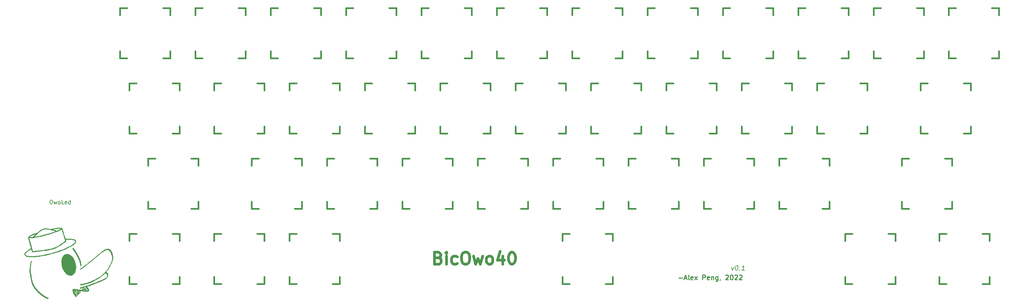
<source format=gto>
%TF.GenerationSoftware,KiCad,Pcbnew,(5.1.10)-1*%
%TF.CreationDate,2022-03-22T21:52:09-04:00*%
%TF.ProjectId,Keeber40,4b656562-6572-4343-902e-6b696361645f,rev?*%
%TF.SameCoordinates,Original*%
%TF.FileFunction,Legend,Top*%
%TF.FilePolarity,Positive*%
%FSLAX46Y46*%
G04 Gerber Fmt 4.6, Leading zero omitted, Abs format (unit mm)*
G04 Created by KiCad (PCBNEW (5.1.10)-1) date 2022-03-22 21:52:09*
%MOMM*%
%LPD*%
G01*
G04 APERTURE LIST*
%ADD10C,0.250000*%
%ADD11C,0.200000*%
%ADD12C,0.700000*%
%ADD13C,0.010000*%
%ADD14C,0.381000*%
%ADD15C,0.150000*%
G04 APERTURE END LIST*
D10*
X196794571Y-147707714D02*
X197708857Y-147707714D01*
X198223142Y-147822000D02*
X198794571Y-147822000D01*
X198108857Y-148164857D02*
X198508857Y-146964857D01*
X198908857Y-148164857D01*
X199480285Y-148164857D02*
X199366000Y-148107714D01*
X199308857Y-147993428D01*
X199308857Y-146964857D01*
X200394571Y-148107714D02*
X200280285Y-148164857D01*
X200051714Y-148164857D01*
X199937428Y-148107714D01*
X199880285Y-147993428D01*
X199880285Y-147536285D01*
X199937428Y-147422000D01*
X200051714Y-147364857D01*
X200280285Y-147364857D01*
X200394571Y-147422000D01*
X200451714Y-147536285D01*
X200451714Y-147650571D01*
X199880285Y-147764857D01*
X200851714Y-148164857D02*
X201480285Y-147364857D01*
X200851714Y-147364857D02*
X201480285Y-148164857D01*
X202851714Y-148164857D02*
X202851714Y-146964857D01*
X203308857Y-146964857D01*
X203423142Y-147022000D01*
X203480285Y-147079142D01*
X203537428Y-147193428D01*
X203537428Y-147364857D01*
X203480285Y-147479142D01*
X203423142Y-147536285D01*
X203308857Y-147593428D01*
X202851714Y-147593428D01*
X204508857Y-148107714D02*
X204394571Y-148164857D01*
X204166000Y-148164857D01*
X204051714Y-148107714D01*
X203994571Y-147993428D01*
X203994571Y-147536285D01*
X204051714Y-147422000D01*
X204166000Y-147364857D01*
X204394571Y-147364857D01*
X204508857Y-147422000D01*
X204566000Y-147536285D01*
X204566000Y-147650571D01*
X203994571Y-147764857D01*
X205080285Y-147364857D02*
X205080285Y-148164857D01*
X205080285Y-147479142D02*
X205137428Y-147422000D01*
X205251714Y-147364857D01*
X205423142Y-147364857D01*
X205537428Y-147422000D01*
X205594571Y-147536285D01*
X205594571Y-148164857D01*
X206680285Y-147364857D02*
X206680285Y-148336285D01*
X206623142Y-148450571D01*
X206566000Y-148507714D01*
X206451714Y-148564857D01*
X206280285Y-148564857D01*
X206166000Y-148507714D01*
X206680285Y-148107714D02*
X206566000Y-148164857D01*
X206337428Y-148164857D01*
X206223142Y-148107714D01*
X206166000Y-148050571D01*
X206108857Y-147936285D01*
X206108857Y-147593428D01*
X206166000Y-147479142D01*
X206223142Y-147422000D01*
X206337428Y-147364857D01*
X206566000Y-147364857D01*
X206680285Y-147422000D01*
X207308857Y-148107714D02*
X207308857Y-148164857D01*
X207251714Y-148279142D01*
X207194571Y-148336285D01*
X208680285Y-147079142D02*
X208737428Y-147022000D01*
X208851714Y-146964857D01*
X209137428Y-146964857D01*
X209251714Y-147022000D01*
X209308857Y-147079142D01*
X209366000Y-147193428D01*
X209366000Y-147307714D01*
X209308857Y-147479142D01*
X208623142Y-148164857D01*
X209366000Y-148164857D01*
X210108857Y-146964857D02*
X210223142Y-146964857D01*
X210337428Y-147022000D01*
X210394571Y-147079142D01*
X210451714Y-147193428D01*
X210508857Y-147422000D01*
X210508857Y-147707714D01*
X210451714Y-147936285D01*
X210394571Y-148050571D01*
X210337428Y-148107714D01*
X210223142Y-148164857D01*
X210108857Y-148164857D01*
X209994571Y-148107714D01*
X209937428Y-148050571D01*
X209880285Y-147936285D01*
X209823142Y-147707714D01*
X209823142Y-147422000D01*
X209880285Y-147193428D01*
X209937428Y-147079142D01*
X209994571Y-147022000D01*
X210108857Y-146964857D01*
X210966000Y-147079142D02*
X211023142Y-147022000D01*
X211137428Y-146964857D01*
X211423142Y-146964857D01*
X211537428Y-147022000D01*
X211594571Y-147079142D01*
X211651714Y-147193428D01*
X211651714Y-147307714D01*
X211594571Y-147479142D01*
X210908857Y-148164857D01*
X211651714Y-148164857D01*
X212108857Y-147079142D02*
X212166000Y-147022000D01*
X212280285Y-146964857D01*
X212566000Y-146964857D01*
X212680285Y-147022000D01*
X212737428Y-147079142D01*
X212794571Y-147193428D01*
X212794571Y-147307714D01*
X212737428Y-147479142D01*
X212051714Y-148164857D01*
X212794571Y-148164857D01*
D11*
X210173107Y-144983857D02*
X210358821Y-145783857D01*
X210744535Y-144983857D01*
X211480250Y-144583857D02*
X211594535Y-144583857D01*
X211701678Y-144641000D01*
X211751678Y-144698142D01*
X211794535Y-144812428D01*
X211823107Y-145041000D01*
X211787392Y-145326714D01*
X211701678Y-145555285D01*
X211630250Y-145669571D01*
X211565964Y-145726714D01*
X211444535Y-145783857D01*
X211330250Y-145783857D01*
X211223107Y-145726714D01*
X211173107Y-145669571D01*
X211130250Y-145555285D01*
X211101678Y-145326714D01*
X211137392Y-145041000D01*
X211223107Y-144812428D01*
X211294535Y-144698142D01*
X211358821Y-144641000D01*
X211480250Y-144583857D01*
X212258821Y-145669571D02*
X212308821Y-145726714D01*
X212244535Y-145783857D01*
X212194535Y-145726714D01*
X212258821Y-145669571D01*
X212244535Y-145783857D01*
X213444535Y-145783857D02*
X212758821Y-145783857D01*
X213101678Y-145783857D02*
X213251678Y-144583857D01*
X213115964Y-144755285D01*
X212987392Y-144869571D01*
X212865964Y-144926714D01*
D12*
X136098142Y-142645714D02*
X136526714Y-142788571D01*
X136669571Y-142931428D01*
X136812428Y-143217142D01*
X136812428Y-143645714D01*
X136669571Y-143931428D01*
X136526714Y-144074285D01*
X136241000Y-144217142D01*
X135098142Y-144217142D01*
X135098142Y-141217142D01*
X136098142Y-141217142D01*
X136383857Y-141360000D01*
X136526714Y-141502857D01*
X136669571Y-141788571D01*
X136669571Y-142074285D01*
X136526714Y-142360000D01*
X136383857Y-142502857D01*
X136098142Y-142645714D01*
X135098142Y-142645714D01*
X138098142Y-144217142D02*
X138098142Y-142217142D01*
X138098142Y-141217142D02*
X137955285Y-141360000D01*
X138098142Y-141502857D01*
X138241000Y-141360000D01*
X138098142Y-141217142D01*
X138098142Y-141502857D01*
X140812428Y-144074285D02*
X140526714Y-144217142D01*
X139955285Y-144217142D01*
X139669571Y-144074285D01*
X139526714Y-143931428D01*
X139383857Y-143645714D01*
X139383857Y-142788571D01*
X139526714Y-142502857D01*
X139669571Y-142360000D01*
X139955285Y-142217142D01*
X140526714Y-142217142D01*
X140812428Y-142360000D01*
X142669571Y-141217142D02*
X143241000Y-141217142D01*
X143526714Y-141360000D01*
X143812428Y-141645714D01*
X143955285Y-142217142D01*
X143955285Y-143217142D01*
X143812428Y-143788571D01*
X143526714Y-144074285D01*
X143241000Y-144217142D01*
X142669571Y-144217142D01*
X142383857Y-144074285D01*
X142098142Y-143788571D01*
X141955285Y-143217142D01*
X141955285Y-142217142D01*
X142098142Y-141645714D01*
X142383857Y-141360000D01*
X142669571Y-141217142D01*
X144955285Y-142217142D02*
X145526714Y-144217142D01*
X146098142Y-142788571D01*
X146669571Y-144217142D01*
X147241000Y-142217142D01*
X148812428Y-144217142D02*
X148526714Y-144074285D01*
X148383857Y-143931428D01*
X148241000Y-143645714D01*
X148241000Y-142788571D01*
X148383857Y-142502857D01*
X148526714Y-142360000D01*
X148812428Y-142217142D01*
X149241000Y-142217142D01*
X149526714Y-142360000D01*
X149669571Y-142502857D01*
X149812428Y-142788571D01*
X149812428Y-143645714D01*
X149669571Y-143931428D01*
X149526714Y-144074285D01*
X149241000Y-144217142D01*
X148812428Y-144217142D01*
X152383857Y-142217142D02*
X152383857Y-144217142D01*
X151669571Y-141074285D02*
X150955285Y-143217142D01*
X152812428Y-143217142D01*
X154526714Y-141217142D02*
X154812428Y-141217142D01*
X155098142Y-141360000D01*
X155241000Y-141502857D01*
X155383857Y-141788571D01*
X155526714Y-142360000D01*
X155526714Y-143074285D01*
X155383857Y-143645714D01*
X155241000Y-143931428D01*
X155098142Y-144074285D01*
X154812428Y-144217142D01*
X154526714Y-144217142D01*
X154241000Y-144074285D01*
X154098142Y-143931428D01*
X153955285Y-143645714D01*
X153812428Y-143074285D01*
X153812428Y-142360000D01*
X153955285Y-141788571D01*
X154098142Y-141502857D01*
X154241000Y-141360000D01*
X154526714Y-141217142D01*
D13*
%TO.C,G\u002A\u002A\u002A*%
G36*
X52432682Y-140340534D02*
G01*
X52535461Y-140317774D01*
X52601667Y-140311558D01*
X52645609Y-140320962D01*
X52681596Y-140345062D01*
X52691958Y-140354106D01*
X52770172Y-140402331D01*
X52835280Y-140418285D01*
X52908890Y-140445015D01*
X52942183Y-140480956D01*
X52981623Y-140528575D01*
X53004722Y-140536923D01*
X53037611Y-140557495D01*
X53101483Y-140618470D01*
X53184220Y-140708004D01*
X53209815Y-140737389D01*
X53328581Y-140893388D01*
X53432397Y-141071230D01*
X53525553Y-141281190D01*
X53612344Y-141533550D01*
X53697064Y-141838585D01*
X53735878Y-141996704D01*
X53781901Y-142193968D01*
X53812831Y-142339794D01*
X53830269Y-142448390D01*
X53835815Y-142533963D01*
X53831066Y-142610718D01*
X53817622Y-142692863D01*
X53815482Y-142703853D01*
X53791164Y-142822432D01*
X53769440Y-142919787D01*
X53757881Y-142964716D01*
X53740901Y-143032517D01*
X53719340Y-143133963D01*
X53711755Y-143172946D01*
X53685606Y-143278238D01*
X53654287Y-143361314D01*
X53643774Y-143379525D01*
X53614896Y-143440217D01*
X53613055Y-143467634D01*
X53601655Y-143507816D01*
X53564464Y-143596896D01*
X53506594Y-143723500D01*
X53433154Y-143876254D01*
X53393417Y-143956440D01*
X53314259Y-144117740D01*
X53248172Y-144258362D01*
X53200268Y-144366945D01*
X53175659Y-144432127D01*
X53173641Y-144444734D01*
X53159822Y-144483361D01*
X53116238Y-144569032D01*
X53049051Y-144691380D01*
X52964433Y-144840035D01*
X52868545Y-145004624D01*
X52767558Y-145174780D01*
X52667636Y-145340132D01*
X52574947Y-145490308D01*
X52495657Y-145614941D01*
X52435932Y-145703660D01*
X52401938Y-145746094D01*
X52398543Y-145748184D01*
X52362471Y-145779813D01*
X52304316Y-145852075D01*
X52235435Y-145948106D01*
X52167190Y-146051040D01*
X52110938Y-146144013D01*
X52078039Y-146210163D01*
X52074174Y-146229751D01*
X52104272Y-146267406D01*
X52170642Y-146326383D01*
X52207529Y-146355302D01*
X52334856Y-146470381D01*
X52428055Y-146604805D01*
X52499268Y-146778275D01*
X52527321Y-146874114D01*
X52555971Y-146988168D01*
X52566123Y-147070745D01*
X52555011Y-147146494D01*
X52519869Y-147240059D01*
X52475206Y-147338644D01*
X52418507Y-147453919D01*
X52368569Y-147541960D01*
X52334454Y-147587119D01*
X52329795Y-147589795D01*
X52289393Y-147620357D01*
X52229763Y-147685580D01*
X52210310Y-147709951D01*
X52127812Y-147797576D01*
X52021182Y-147887266D01*
X51978917Y-147917166D01*
X51889844Y-147979275D01*
X51824350Y-148030982D01*
X51805920Y-148049365D01*
X51765543Y-148075501D01*
X51675298Y-148120552D01*
X51548237Y-148178361D01*
X51397413Y-148242770D01*
X51385712Y-148247611D01*
X51231633Y-148312927D01*
X51098332Y-148372638D01*
X50999599Y-148420345D01*
X50949223Y-148449652D01*
X50948143Y-148450590D01*
X50903441Y-148474395D01*
X50805507Y-148516450D01*
X50665000Y-148572511D01*
X50492579Y-148638334D01*
X50298901Y-148709676D01*
X50282833Y-148715485D01*
X50086815Y-148787511D01*
X49910165Y-148854778D01*
X49763830Y-148912931D01*
X49658754Y-148957611D01*
X49605886Y-148984462D01*
X49604468Y-148985526D01*
X49554297Y-149012156D01*
X49452893Y-149056472D01*
X49312910Y-149113652D01*
X49146998Y-149178875D01*
X48967811Y-149247319D01*
X48788001Y-149314162D01*
X48620221Y-149374583D01*
X48477122Y-149423761D01*
X48371356Y-149456874D01*
X48357686Y-149460643D01*
X48270250Y-149490665D01*
X48216804Y-149521625D01*
X48210584Y-149530482D01*
X48176445Y-149551941D01*
X48089116Y-149588827D01*
X47960167Y-149636721D01*
X47801172Y-149691209D01*
X47720446Y-149717493D01*
X47240282Y-149871294D01*
X47295988Y-149984761D01*
X47354156Y-150089366D01*
X47417042Y-150183993D01*
X47418246Y-150185580D01*
X47478131Y-150271408D01*
X47550036Y-150384675D01*
X47623200Y-150507079D01*
X47686869Y-150620322D01*
X47730282Y-150706102D01*
X47742015Y-150736333D01*
X47736344Y-150800915D01*
X47703249Y-150889068D01*
X47693668Y-150907508D01*
X47647768Y-150977215D01*
X47590631Y-151022120D01*
X47499735Y-151056984D01*
X47439780Y-151073875D01*
X47304462Y-151099559D01*
X47139350Y-151116207D01*
X46994185Y-151120183D01*
X46851906Y-151118065D01*
X46721220Y-151117031D01*
X46629769Y-151117298D01*
X46627904Y-151117329D01*
X46524555Y-151111862D01*
X46398390Y-151095878D01*
X46354854Y-151088273D01*
X46254955Y-151071510D01*
X46183722Y-151063853D01*
X46166249Y-151064503D01*
X46120544Y-151052968D01*
X46049498Y-151015463D01*
X45977734Y-150967591D01*
X45929876Y-150924957D01*
X45922608Y-150910105D01*
X45902973Y-150904811D01*
X45850859Y-150938608D01*
X45779087Y-151000227D01*
X45700477Y-151078402D01*
X45627846Y-151161864D01*
X45610441Y-151184493D01*
X45488575Y-151344873D01*
X45392626Y-151461774D01*
X45311265Y-151548290D01*
X45242566Y-151609834D01*
X45164149Y-151682711D01*
X45104823Y-151751545D01*
X45100572Y-151757836D01*
X45028556Y-151847221D01*
X44912502Y-151964476D01*
X44785730Y-152079140D01*
X44716026Y-152150352D01*
X44669918Y-152216381D01*
X44669461Y-152217359D01*
X44627381Y-152274170D01*
X44600325Y-152290501D01*
X44554729Y-152321204D01*
X44488168Y-152385492D01*
X44461227Y-152415426D01*
X44396633Y-152485894D01*
X44349608Y-152529557D01*
X44339520Y-152535583D01*
X44318268Y-152509715D01*
X44289789Y-152437007D01*
X44273756Y-152382961D01*
X44235711Y-152272652D01*
X44189888Y-152180886D01*
X44172076Y-152156119D01*
X44121039Y-152085504D01*
X44059357Y-151984664D01*
X44031648Y-151934489D01*
X43968083Y-151829659D01*
X43916018Y-151760942D01*
X44231337Y-151676452D01*
X44247976Y-151726708D01*
X44253983Y-151737629D01*
X44301026Y-151799731D01*
X44339799Y-151824436D01*
X44370728Y-151796832D01*
X44419546Y-151722074D01*
X44478604Y-151615739D01*
X44540248Y-151493406D01*
X44596825Y-151370653D01*
X44640683Y-151263058D01*
X44664171Y-151186198D01*
X44665387Y-151161618D01*
X44676840Y-151114521D01*
X44714167Y-151039457D01*
X44762127Y-150962286D01*
X44805481Y-150908870D01*
X44819957Y-150899320D01*
X44839454Y-150923028D01*
X44847714Y-150984568D01*
X44828786Y-151091748D01*
X44769235Y-151250784D01*
X44668800Y-151462287D01*
X44545200Y-151694457D01*
X44476502Y-151823412D01*
X44438472Y-151911945D01*
X44426432Y-151977414D01*
X44435709Y-152037178D01*
X44445210Y-152065782D01*
X44481046Y-152138657D01*
X44516123Y-152171405D01*
X44521806Y-152171296D01*
X44562884Y-152143924D01*
X44634238Y-152082299D01*
X44704940Y-152014891D01*
X44784957Y-151931782D01*
X44842809Y-151864728D01*
X44863562Y-151833141D01*
X44893873Y-151791835D01*
X44958434Y-151727556D01*
X44994099Y-151696002D01*
X45056000Y-151642448D01*
X45107627Y-151594467D01*
X45160563Y-151539694D01*
X45226389Y-151465761D01*
X45316689Y-151360303D01*
X45393500Y-151269576D01*
X45483998Y-151165554D01*
X45564558Y-151078281D01*
X45620055Y-151024036D01*
X45626394Y-151018900D01*
X45659645Y-150988020D01*
X45643679Y-150970914D01*
X45574850Y-150957388D01*
X45467045Y-150949282D01*
X45388520Y-150960033D01*
X45356162Y-150986800D01*
X45356785Y-150994085D01*
X45347437Y-151045780D01*
X45311379Y-151138508D01*
X45257150Y-151255465D01*
X45193288Y-151379845D01*
X45128330Y-151494841D01*
X45070817Y-151583650D01*
X45036911Y-151623671D01*
X44978313Y-151671297D01*
X44947525Y-151688136D01*
X44946423Y-151687059D01*
X44958550Y-151652370D01*
X44993881Y-151573554D01*
X45045063Y-151466931D01*
X45050843Y-151455219D01*
X45154721Y-151240563D01*
X45227715Y-151079054D01*
X45269136Y-150972376D01*
X45270515Y-150964816D01*
X46161790Y-150725999D01*
X46212647Y-150758861D01*
X46286873Y-150759183D01*
X46345910Y-150769483D01*
X46363501Y-150794918D01*
X46396623Y-150826472D01*
X46481887Y-150852813D01*
X46603727Y-150870615D01*
X46745278Y-150876559D01*
X46834530Y-150877276D01*
X46961728Y-150879834D01*
X47080115Y-150883106D01*
X47216814Y-150883152D01*
X47342207Y-150876017D01*
X47418415Y-150865257D01*
X47488515Y-150844013D01*
X47502121Y-150819100D01*
X47481978Y-150790842D01*
X47437994Y-150727965D01*
X47388236Y-150637540D01*
X47380739Y-150622009D01*
X47299306Y-150477216D01*
X47222066Y-150395900D01*
X47150825Y-150379954D01*
X47150088Y-150380147D01*
X47094648Y-150373814D01*
X47078113Y-150352228D01*
X47048874Y-150298459D01*
X46993145Y-150225650D01*
X46985743Y-150217160D01*
X46933811Y-150151960D01*
X46922650Y-150105351D01*
X46945305Y-150047865D01*
X46945640Y-150047212D01*
X46961719Y-150011504D01*
X46957682Y-149992717D01*
X46922954Y-149991048D01*
X46846963Y-150006692D01*
X46719134Y-150039843D01*
X46672752Y-150052251D01*
X46543868Y-150085807D01*
X46454094Y-150112556D01*
X46391914Y-150144032D01*
X46345809Y-150191765D01*
X46304262Y-150267290D01*
X46255755Y-150382137D01*
X46196399Y-150529216D01*
X46157142Y-150651405D01*
X46161790Y-150725999D01*
X45270515Y-150964816D01*
X45278289Y-150922215D01*
X45271292Y-150918631D01*
X45210394Y-150923288D01*
X45189932Y-150921980D01*
X45150749Y-150948994D01*
X45130250Y-151036352D01*
X45130123Y-151037810D01*
X45108340Y-151128279D01*
X45059683Y-151258581D01*
X44992598Y-151411374D01*
X44915529Y-151569316D01*
X44836924Y-151715065D01*
X44765229Y-151831280D01*
X44710710Y-151898990D01*
X44642687Y-151952804D01*
X44613988Y-151954111D01*
X44624735Y-151902340D01*
X44675049Y-151796919D01*
X44765049Y-151637276D01*
X44766228Y-151635270D01*
X44842473Y-151498543D01*
X44903593Y-151375463D01*
X44941926Y-151282263D01*
X44951099Y-151243469D01*
X44968895Y-151157844D01*
X45008766Y-151058716D01*
X45013610Y-151049399D01*
X45048217Y-150976371D01*
X45059211Y-150935321D01*
X45057243Y-150932523D01*
X44974474Y-150913265D01*
X44858687Y-150892353D01*
X44730507Y-150872739D01*
X44610558Y-150857373D01*
X44519467Y-150849210D01*
X44480606Y-150850003D01*
X44463721Y-150884788D01*
X44452317Y-150963802D01*
X44450414Y-151000173D01*
X44433592Y-151100070D01*
X44392938Y-151233569D01*
X44336626Y-151374577D01*
X44325709Y-151398212D01*
X44266729Y-151528647D01*
X44236429Y-151615912D01*
X44231337Y-151676452D01*
X43916018Y-151760942D01*
X43900869Y-151740949D01*
X43874356Y-151713675D01*
X43834389Y-151664461D01*
X43791900Y-151581407D01*
X43742762Y-151454733D01*
X43721836Y-151391838D01*
X44024901Y-151310632D01*
X44051005Y-151386254D01*
X44076453Y-151432377D01*
X44146226Y-151551136D01*
X44211233Y-151422337D01*
X44251172Y-151305508D01*
X44265984Y-151183296D01*
X44265053Y-151163506D01*
X44272612Y-151046008D01*
X44306076Y-150935490D01*
X44309841Y-150928054D01*
X44365814Y-150822636D01*
X44271470Y-150806855D01*
X44173137Y-150797468D01*
X44128889Y-150814442D01*
X44127425Y-150854981D01*
X44126329Y-150917688D01*
X44108168Y-151018466D01*
X44078877Y-151131673D01*
X44044387Y-151231667D01*
X44035702Y-151251478D01*
X44024901Y-151310632D01*
X43721836Y-151391838D01*
X43682849Y-151274659D01*
X43664345Y-151215790D01*
X43614501Y-151055779D01*
X43885359Y-150983203D01*
X43914567Y-151075982D01*
X43934962Y-151124106D01*
X43942155Y-151117234D01*
X43942149Y-151116998D01*
X43956672Y-151041024D01*
X43994564Y-150946987D01*
X44000742Y-150935122D01*
X44035630Y-150862093D01*
X44046837Y-150820964D01*
X44044868Y-150818114D01*
X43957659Y-150795130D01*
X43880810Y-150778935D01*
X43843582Y-150775265D01*
X43843408Y-150807222D01*
X43859586Y-150886117D01*
X43885359Y-150983203D01*
X43614501Y-151055779D01*
X43530222Y-150785224D01*
X43596034Y-150676809D01*
X43643330Y-150610470D01*
X43698054Y-150573204D01*
X43785200Y-150551075D01*
X43835673Y-150543204D01*
X43943975Y-150532495D01*
X44028147Y-150533019D01*
X44055137Y-150538631D01*
X44115048Y-150550929D01*
X44212721Y-150557823D01*
X44258326Y-150558404D01*
X44395528Y-150563933D01*
X44535936Y-150578679D01*
X44562921Y-150582935D01*
X44803146Y-150623836D01*
X44983700Y-150653210D01*
X45111473Y-150672055D01*
X45193361Y-150681369D01*
X45236255Y-150682151D01*
X45241446Y-150681199D01*
X45297211Y-150679685D01*
X45384627Y-150688939D01*
X45392779Y-150690217D01*
X45509134Y-150704497D01*
X45633901Y-150713736D01*
X45640630Y-150714016D01*
X45731799Y-150722945D01*
X45791575Y-150738583D01*
X45798168Y-150742883D01*
X45843857Y-150744667D01*
X45910978Y-150699450D01*
X45988177Y-150619502D01*
X46064097Y-150517093D01*
X46127386Y-150404492D01*
X46141812Y-150371549D01*
X46224410Y-150168348D01*
X45820315Y-150287408D01*
X45647849Y-150337461D01*
X45532112Y-150366914D01*
X45464957Y-150374624D01*
X45438237Y-150359451D01*
X45443800Y-150320251D01*
X45473499Y-150255884D01*
X45481592Y-150239942D01*
X45498766Y-150209660D01*
X45521655Y-150184134D01*
X45558836Y-150160192D01*
X45618887Y-150134661D01*
X45710388Y-150104367D01*
X45841915Y-150066139D01*
X46022047Y-150016803D01*
X46250419Y-149955576D01*
X46509094Y-149884608D01*
X46777584Y-149807642D01*
X47047307Y-149727444D01*
X47309681Y-149646779D01*
X47556123Y-149568414D01*
X47778052Y-149495113D01*
X47966884Y-149429643D01*
X48114038Y-149374772D01*
X48210932Y-149333261D01*
X48245363Y-149312648D01*
X48308116Y-149275347D01*
X48404224Y-149238563D01*
X48433602Y-149230062D01*
X48531761Y-149200188D01*
X48669156Y-149153377D01*
X48832935Y-149094549D01*
X49010247Y-149028624D01*
X49188235Y-148960523D01*
X49354048Y-148895162D01*
X49494831Y-148837463D01*
X49597733Y-148792345D01*
X49649899Y-148764728D01*
X49650387Y-148764347D01*
X49699110Y-148739160D01*
X49801011Y-148695849D01*
X49945330Y-148638664D01*
X50121313Y-148571851D01*
X50318201Y-148499656D01*
X50347685Y-148489051D01*
X50544114Y-148417388D01*
X50718753Y-148351421D01*
X50861502Y-148295147D01*
X50962265Y-148252566D01*
X51010946Y-148227675D01*
X51013343Y-148225456D01*
X51054150Y-148199416D01*
X51143774Y-148155959D01*
X51267744Y-148101792D01*
X51372257Y-148059089D01*
X51520836Y-147996628D01*
X51653837Y-147934556D01*
X51753189Y-147881623D01*
X51791225Y-147856213D01*
X51877594Y-147792115D01*
X51982735Y-147722485D01*
X52006153Y-147708113D01*
X52091114Y-147648632D01*
X52149605Y-147592485D01*
X52159433Y-147577177D01*
X52202213Y-147524555D01*
X52224686Y-147512774D01*
X52271695Y-147479950D01*
X52330128Y-147415263D01*
X52333365Y-147410987D01*
X52366648Y-147359662D01*
X52380243Y-147308219D01*
X52374052Y-147237706D01*
X52347976Y-147129169D01*
X52331607Y-147069610D01*
X52288697Y-146934460D01*
X52241364Y-146814225D01*
X52199354Y-146733464D01*
X52196702Y-146729701D01*
X52139789Y-146664065D01*
X52060100Y-146586590D01*
X51974049Y-146511419D01*
X51898051Y-146452690D01*
X51848522Y-146424547D01*
X51841863Y-146424015D01*
X51808734Y-146450112D01*
X51750734Y-146509533D01*
X51730547Y-146531981D01*
X51649544Y-146617823D01*
X51548921Y-146716770D01*
X51503133Y-146759457D01*
X51413604Y-146841910D01*
X51336219Y-146914639D01*
X51306886Y-146943005D01*
X51238839Y-146995656D01*
X51193779Y-147017138D01*
X51135348Y-147058376D01*
X51113091Y-147091868D01*
X51076208Y-147145867D01*
X51055444Y-147159907D01*
X51015724Y-147184190D01*
X50940596Y-147240068D01*
X50847058Y-147314848D01*
X50730299Y-147406675D01*
X50610619Y-147493984D01*
X50533402Y-147545452D01*
X50446883Y-147602189D01*
X50385156Y-147648503D01*
X50371656Y-147661489D01*
X50330455Y-147692955D01*
X50246976Y-147745252D01*
X50138757Y-147807431D01*
X50131364Y-147811510D01*
X50022183Y-147874121D01*
X49936695Y-147927814D01*
X49892420Y-147961547D01*
X49891402Y-147962766D01*
X49850626Y-147992101D01*
X49764438Y-148041318D01*
X49648740Y-148101523D01*
X49601725Y-148124761D01*
X49474078Y-148189166D01*
X49365076Y-148248152D01*
X49293079Y-148291656D01*
X49280739Y-148300757D01*
X49224065Y-148338072D01*
X49125545Y-148394139D01*
X49004292Y-148458186D01*
X48976130Y-148472446D01*
X48820872Y-148550447D01*
X48653346Y-148634678D01*
X48512651Y-148705480D01*
X48370211Y-148774817D01*
X48229285Y-148837538D01*
X48080770Y-148896624D01*
X47915563Y-148955061D01*
X47724558Y-149015830D01*
X47498652Y-149081912D01*
X47228742Y-149156291D01*
X46905724Y-149241950D01*
X46756009Y-149280974D01*
X46461384Y-149357243D01*
X46224680Y-149417696D01*
X46038347Y-149463867D01*
X45894832Y-149497285D01*
X45786582Y-149519482D01*
X45706047Y-149531991D01*
X45645673Y-149536341D01*
X45597909Y-149534064D01*
X45555201Y-149526693D01*
X45549988Y-149525523D01*
X45409329Y-149493408D01*
X45477075Y-149381665D01*
X45562665Y-149291049D01*
X45670250Y-149264457D01*
X45773433Y-149290273D01*
X45821342Y-149288834D01*
X45923684Y-149270968D01*
X46071451Y-149239109D01*
X46255634Y-149195691D01*
X46467222Y-149143146D01*
X46697208Y-149083909D01*
X46936582Y-149020413D01*
X47176335Y-148955092D01*
X47407458Y-148890377D01*
X47620941Y-148828705D01*
X47807775Y-148772505D01*
X47958952Y-148724215D01*
X48065461Y-148686266D01*
X48118294Y-148661091D01*
X48122435Y-148655797D01*
X48155604Y-148617967D01*
X48240535Y-148581025D01*
X48269583Y-148572541D01*
X48354861Y-148543402D01*
X48402409Y-148514781D01*
X48406288Y-148504806D01*
X48431604Y-148479831D01*
X48505471Y-148442004D01*
X48612031Y-148399421D01*
X48614479Y-148398544D01*
X48864613Y-148307334D01*
X49056485Y-148233111D01*
X49196596Y-148173015D01*
X49291448Y-148124187D01*
X49347536Y-148083767D01*
X49359384Y-148070861D01*
X49400175Y-148041500D01*
X49486221Y-147992100D01*
X49601574Y-147931635D01*
X49646939Y-147909018D01*
X49769173Y-147846414D01*
X49868011Y-147791179D01*
X49927378Y-147752468D01*
X49935921Y-147744434D01*
X49978934Y-147711679D01*
X50064199Y-147661496D01*
X50164766Y-147609043D01*
X50274640Y-147549788D01*
X50361939Y-147493626D01*
X50404353Y-147456386D01*
X50460067Y-147406444D01*
X50545434Y-147355022D01*
X50556391Y-147349719D01*
X50652824Y-147292360D01*
X50758543Y-147212415D01*
X50792147Y-147182764D01*
X50885836Y-147102817D01*
X50977272Y-147035951D01*
X51005791Y-147018543D01*
X51084816Y-146963773D01*
X51135115Y-146912360D01*
X51188158Y-146857415D01*
X51269139Y-146795009D01*
X51282561Y-146786138D01*
X51361765Y-146724877D01*
X51414472Y-146665748D01*
X51418930Y-146657511D01*
X51460986Y-146602840D01*
X51485603Y-146588848D01*
X51556616Y-146548555D01*
X51637937Y-146475056D01*
X51704827Y-146393108D01*
X51729616Y-146344644D01*
X51771080Y-146279838D01*
X51809331Y-146256676D01*
X51853943Y-146228264D01*
X51858123Y-146208541D01*
X51879361Y-146176168D01*
X51928412Y-146154646D01*
X51990396Y-146126703D01*
X52010577Y-146101445D01*
X52031703Y-146056575D01*
X52082389Y-145977713D01*
X52150050Y-145881928D01*
X52222106Y-145786291D01*
X52285970Y-145707872D01*
X52329064Y-145663743D01*
X52336180Y-145659710D01*
X52379683Y-145622599D01*
X52447625Y-145532815D01*
X52535252Y-145398806D01*
X52637814Y-145229021D01*
X52750558Y-145031906D01*
X52868734Y-144815910D01*
X52987588Y-144589482D01*
X53102370Y-144361068D01*
X53208326Y-144139117D01*
X53276626Y-143987734D01*
X53375669Y-143758450D01*
X53450591Y-143574438D01*
X53506228Y-143419742D01*
X53547420Y-143278405D01*
X53579006Y-143134469D01*
X53605823Y-142971976D01*
X53623788Y-142842870D01*
X53635916Y-142742542D01*
X53640802Y-142658033D01*
X53636447Y-142574554D01*
X53620849Y-142477305D01*
X53592008Y-142351495D01*
X53547921Y-142182326D01*
X53520811Y-142081582D01*
X53415408Y-141725981D01*
X53305831Y-141430365D01*
X53187464Y-141186995D01*
X53055687Y-140988124D01*
X52905881Y-140826009D01*
X52733427Y-140692905D01*
X52668607Y-140652762D01*
X52474392Y-140538780D01*
X52180122Y-140617629D01*
X52030738Y-140663617D01*
X51868260Y-140723275D01*
X51707742Y-140789925D01*
X51564242Y-140856891D01*
X51452813Y-140917498D01*
X51388511Y-140965069D01*
X51383791Y-140970765D01*
X51340841Y-141008350D01*
X51262189Y-141062374D01*
X51222130Y-141087118D01*
X51131218Y-141147093D01*
X51062592Y-141202441D01*
X51047115Y-141219058D01*
X50995319Y-141267151D01*
X50910751Y-141328557D01*
X50872624Y-141352953D01*
X50777638Y-141415740D01*
X50700347Y-141474481D01*
X50681788Y-141491273D01*
X50622207Y-141542580D01*
X50532172Y-141611704D01*
X50478910Y-141650080D01*
X50387143Y-141719532D01*
X50316009Y-141782256D01*
X50293273Y-141807802D01*
X50236415Y-141861549D01*
X50157042Y-141911882D01*
X50079693Y-141964296D01*
X50032514Y-142019274D01*
X49988143Y-142074422D01*
X49961878Y-142088540D01*
X49916815Y-142116443D01*
X49839410Y-142178883D01*
X49745617Y-142262910D01*
X49736261Y-142271708D01*
X49641358Y-142357285D01*
X49560872Y-142422606D01*
X49510961Y-142454640D01*
X49508423Y-142455472D01*
X49455070Y-142494538D01*
X49436306Y-142523719D01*
X49389228Y-142576540D01*
X49310715Y-142627431D01*
X49307286Y-142629099D01*
X49222891Y-142686311D01*
X49165216Y-142754168D01*
X49115835Y-142813209D01*
X49029094Y-142886247D01*
X48955239Y-142937154D01*
X48855383Y-143005262D01*
X48776614Y-143068728D01*
X48744620Y-143102677D01*
X48686385Y-143159181D01*
X48607382Y-143209104D01*
X48530371Y-143259850D01*
X48484129Y-143312669D01*
X48438771Y-143366973D01*
X48413262Y-143380024D01*
X48349945Y-143412320D01*
X48318732Y-143436477D01*
X48255995Y-143491242D01*
X48158957Y-143573880D01*
X48042399Y-143672035D01*
X47921103Y-143773353D01*
X47809847Y-143865477D01*
X47723416Y-143936052D01*
X47681762Y-143968929D01*
X47516691Y-144098214D01*
X47313496Y-144266199D01*
X47192887Y-144368883D01*
X47095006Y-144449341D01*
X47012600Y-144510585D01*
X46962684Y-144540015D01*
X46961137Y-144540483D01*
X46903445Y-144576869D01*
X46874349Y-144609141D01*
X46824618Y-144658544D01*
X46739301Y-144726138D01*
X46670478Y-144774538D01*
X46570416Y-144845745D01*
X46487905Y-144912174D01*
X46454122Y-144944870D01*
X46386352Y-145000956D01*
X46340072Y-145022435D01*
X46274821Y-145059016D01*
X46207765Y-145121084D01*
X46113424Y-145206559D01*
X45975892Y-145301941D01*
X45815792Y-145394429D01*
X45653749Y-145471224D01*
X45625040Y-145482753D01*
X45457676Y-145547758D01*
X45521973Y-145431747D01*
X45570465Y-145363462D01*
X45642733Y-145301128D01*
X45753676Y-145233516D01*
X45854963Y-145180726D01*
X45980907Y-145113332D01*
X46085466Y-145049831D01*
X46151888Y-145000684D01*
X46163701Y-144987868D01*
X46213468Y-144938936D01*
X46300285Y-144872825D01*
X46376414Y-144822269D01*
X46469809Y-144760289D01*
X46535990Y-144709398D01*
X46557903Y-144685144D01*
X46590132Y-144652373D01*
X46662345Y-144601748D01*
X46711651Y-144571735D01*
X46805207Y-144511439D01*
X46876250Y-144454923D01*
X46894960Y-144434660D01*
X46943850Y-144387550D01*
X47028978Y-144322557D01*
X47097858Y-144275936D01*
X47195758Y-144207432D01*
X47272717Y-144143547D01*
X47302001Y-144111547D01*
X47353574Y-144057805D01*
X47383663Y-144041578D01*
X47433827Y-144012682D01*
X47506607Y-143954736D01*
X47527819Y-143935624D01*
X47651823Y-143826125D01*
X47808600Y-143695528D01*
X47975777Y-143562057D01*
X48130978Y-143443937D01*
X48136120Y-143440155D01*
X48199399Y-143385977D01*
X48221006Y-143364401D01*
X48279793Y-143308647D01*
X48367014Y-143233366D01*
X48466822Y-143151316D01*
X48563366Y-143075255D01*
X48640799Y-143017940D01*
X48683271Y-142992128D01*
X48683601Y-142992034D01*
X48729004Y-142964797D01*
X48803217Y-142906384D01*
X48852854Y-142863056D01*
X48947487Y-142779522D01*
X49068059Y-142676018D01*
X49184840Y-142577975D01*
X49287102Y-142492166D01*
X49372009Y-142418870D01*
X49423181Y-142372260D01*
X49426766Y-142368625D01*
X49486250Y-142312736D01*
X49532730Y-142273398D01*
X49614813Y-142207383D01*
X49662533Y-142169003D01*
X49731500Y-142109637D01*
X49768593Y-142074135D01*
X49821503Y-142024357D01*
X49904751Y-141951322D01*
X50003961Y-141867005D01*
X50104760Y-141783381D01*
X50192775Y-141712423D01*
X50253630Y-141666104D01*
X50271948Y-141654843D01*
X50310766Y-141624512D01*
X50337813Y-141591777D01*
X50387543Y-141542375D01*
X50472861Y-141474779D01*
X50541684Y-141426379D01*
X50641747Y-141355174D01*
X50724257Y-141288744D01*
X50758041Y-141256048D01*
X50815908Y-141203271D01*
X50851636Y-141183964D01*
X50898759Y-141157722D01*
X50977662Y-141101438D01*
X51044344Y-141049029D01*
X51154170Y-140963384D01*
X51265494Y-140882746D01*
X51316084Y-140848932D01*
X51398187Y-140792376D01*
X51455289Y-140745095D01*
X51463671Y-140735721D01*
X51524511Y-140686246D01*
X51636057Y-140624159D01*
X51783963Y-140555709D01*
X51953877Y-140487141D01*
X52131452Y-140424703D01*
X52279024Y-140380760D01*
X52432682Y-140340534D01*
G37*
X52432682Y-140340534D02*
X52535461Y-140317774D01*
X52601667Y-140311558D01*
X52645609Y-140320962D01*
X52681596Y-140345062D01*
X52691958Y-140354106D01*
X52770172Y-140402331D01*
X52835280Y-140418285D01*
X52908890Y-140445015D01*
X52942183Y-140480956D01*
X52981623Y-140528575D01*
X53004722Y-140536923D01*
X53037611Y-140557495D01*
X53101483Y-140618470D01*
X53184220Y-140708004D01*
X53209815Y-140737389D01*
X53328581Y-140893388D01*
X53432397Y-141071230D01*
X53525553Y-141281190D01*
X53612344Y-141533550D01*
X53697064Y-141838585D01*
X53735878Y-141996704D01*
X53781901Y-142193968D01*
X53812831Y-142339794D01*
X53830269Y-142448390D01*
X53835815Y-142533963D01*
X53831066Y-142610718D01*
X53817622Y-142692863D01*
X53815482Y-142703853D01*
X53791164Y-142822432D01*
X53769440Y-142919787D01*
X53757881Y-142964716D01*
X53740901Y-143032517D01*
X53719340Y-143133963D01*
X53711755Y-143172946D01*
X53685606Y-143278238D01*
X53654287Y-143361314D01*
X53643774Y-143379525D01*
X53614896Y-143440217D01*
X53613055Y-143467634D01*
X53601655Y-143507816D01*
X53564464Y-143596896D01*
X53506594Y-143723500D01*
X53433154Y-143876254D01*
X53393417Y-143956440D01*
X53314259Y-144117740D01*
X53248172Y-144258362D01*
X53200268Y-144366945D01*
X53175659Y-144432127D01*
X53173641Y-144444734D01*
X53159822Y-144483361D01*
X53116238Y-144569032D01*
X53049051Y-144691380D01*
X52964433Y-144840035D01*
X52868545Y-145004624D01*
X52767558Y-145174780D01*
X52667636Y-145340132D01*
X52574947Y-145490308D01*
X52495657Y-145614941D01*
X52435932Y-145703660D01*
X52401938Y-145746094D01*
X52398543Y-145748184D01*
X52362471Y-145779813D01*
X52304316Y-145852075D01*
X52235435Y-145948106D01*
X52167190Y-146051040D01*
X52110938Y-146144013D01*
X52078039Y-146210163D01*
X52074174Y-146229751D01*
X52104272Y-146267406D01*
X52170642Y-146326383D01*
X52207529Y-146355302D01*
X52334856Y-146470381D01*
X52428055Y-146604805D01*
X52499268Y-146778275D01*
X52527321Y-146874114D01*
X52555971Y-146988168D01*
X52566123Y-147070745D01*
X52555011Y-147146494D01*
X52519869Y-147240059D01*
X52475206Y-147338644D01*
X52418507Y-147453919D01*
X52368569Y-147541960D01*
X52334454Y-147587119D01*
X52329795Y-147589795D01*
X52289393Y-147620357D01*
X52229763Y-147685580D01*
X52210310Y-147709951D01*
X52127812Y-147797576D01*
X52021182Y-147887266D01*
X51978917Y-147917166D01*
X51889844Y-147979275D01*
X51824350Y-148030982D01*
X51805920Y-148049365D01*
X51765543Y-148075501D01*
X51675298Y-148120552D01*
X51548237Y-148178361D01*
X51397413Y-148242770D01*
X51385712Y-148247611D01*
X51231633Y-148312927D01*
X51098332Y-148372638D01*
X50999599Y-148420345D01*
X50949223Y-148449652D01*
X50948143Y-148450590D01*
X50903441Y-148474395D01*
X50805507Y-148516450D01*
X50665000Y-148572511D01*
X50492579Y-148638334D01*
X50298901Y-148709676D01*
X50282833Y-148715485D01*
X50086815Y-148787511D01*
X49910165Y-148854778D01*
X49763830Y-148912931D01*
X49658754Y-148957611D01*
X49605886Y-148984462D01*
X49604468Y-148985526D01*
X49554297Y-149012156D01*
X49452893Y-149056472D01*
X49312910Y-149113652D01*
X49146998Y-149178875D01*
X48967811Y-149247319D01*
X48788001Y-149314162D01*
X48620221Y-149374583D01*
X48477122Y-149423761D01*
X48371356Y-149456874D01*
X48357686Y-149460643D01*
X48270250Y-149490665D01*
X48216804Y-149521625D01*
X48210584Y-149530482D01*
X48176445Y-149551941D01*
X48089116Y-149588827D01*
X47960167Y-149636721D01*
X47801172Y-149691209D01*
X47720446Y-149717493D01*
X47240282Y-149871294D01*
X47295988Y-149984761D01*
X47354156Y-150089366D01*
X47417042Y-150183993D01*
X47418246Y-150185580D01*
X47478131Y-150271408D01*
X47550036Y-150384675D01*
X47623200Y-150507079D01*
X47686869Y-150620322D01*
X47730282Y-150706102D01*
X47742015Y-150736333D01*
X47736344Y-150800915D01*
X47703249Y-150889068D01*
X47693668Y-150907508D01*
X47647768Y-150977215D01*
X47590631Y-151022120D01*
X47499735Y-151056984D01*
X47439780Y-151073875D01*
X47304462Y-151099559D01*
X47139350Y-151116207D01*
X46994185Y-151120183D01*
X46851906Y-151118065D01*
X46721220Y-151117031D01*
X46629769Y-151117298D01*
X46627904Y-151117329D01*
X46524555Y-151111862D01*
X46398390Y-151095878D01*
X46354854Y-151088273D01*
X46254955Y-151071510D01*
X46183722Y-151063853D01*
X46166249Y-151064503D01*
X46120544Y-151052968D01*
X46049498Y-151015463D01*
X45977734Y-150967591D01*
X45929876Y-150924957D01*
X45922608Y-150910105D01*
X45902973Y-150904811D01*
X45850859Y-150938608D01*
X45779087Y-151000227D01*
X45700477Y-151078402D01*
X45627846Y-151161864D01*
X45610441Y-151184493D01*
X45488575Y-151344873D01*
X45392626Y-151461774D01*
X45311265Y-151548290D01*
X45242566Y-151609834D01*
X45164149Y-151682711D01*
X45104823Y-151751545D01*
X45100572Y-151757836D01*
X45028556Y-151847221D01*
X44912502Y-151964476D01*
X44785730Y-152079140D01*
X44716026Y-152150352D01*
X44669918Y-152216381D01*
X44669461Y-152217359D01*
X44627381Y-152274170D01*
X44600325Y-152290501D01*
X44554729Y-152321204D01*
X44488168Y-152385492D01*
X44461227Y-152415426D01*
X44396633Y-152485894D01*
X44349608Y-152529557D01*
X44339520Y-152535583D01*
X44318268Y-152509715D01*
X44289789Y-152437007D01*
X44273756Y-152382961D01*
X44235711Y-152272652D01*
X44189888Y-152180886D01*
X44172076Y-152156119D01*
X44121039Y-152085504D01*
X44059357Y-151984664D01*
X44031648Y-151934489D01*
X43968083Y-151829659D01*
X43916018Y-151760942D01*
X44231337Y-151676452D01*
X44247976Y-151726708D01*
X44253983Y-151737629D01*
X44301026Y-151799731D01*
X44339799Y-151824436D01*
X44370728Y-151796832D01*
X44419546Y-151722074D01*
X44478604Y-151615739D01*
X44540248Y-151493406D01*
X44596825Y-151370653D01*
X44640683Y-151263058D01*
X44664171Y-151186198D01*
X44665387Y-151161618D01*
X44676840Y-151114521D01*
X44714167Y-151039457D01*
X44762127Y-150962286D01*
X44805481Y-150908870D01*
X44819957Y-150899320D01*
X44839454Y-150923028D01*
X44847714Y-150984568D01*
X44828786Y-151091748D01*
X44769235Y-151250784D01*
X44668800Y-151462287D01*
X44545200Y-151694457D01*
X44476502Y-151823412D01*
X44438472Y-151911945D01*
X44426432Y-151977414D01*
X44435709Y-152037178D01*
X44445210Y-152065782D01*
X44481046Y-152138657D01*
X44516123Y-152171405D01*
X44521806Y-152171296D01*
X44562884Y-152143924D01*
X44634238Y-152082299D01*
X44704940Y-152014891D01*
X44784957Y-151931782D01*
X44842809Y-151864728D01*
X44863562Y-151833141D01*
X44893873Y-151791835D01*
X44958434Y-151727556D01*
X44994099Y-151696002D01*
X45056000Y-151642448D01*
X45107627Y-151594467D01*
X45160563Y-151539694D01*
X45226389Y-151465761D01*
X45316689Y-151360303D01*
X45393500Y-151269576D01*
X45483998Y-151165554D01*
X45564558Y-151078281D01*
X45620055Y-151024036D01*
X45626394Y-151018900D01*
X45659645Y-150988020D01*
X45643679Y-150970914D01*
X45574850Y-150957388D01*
X45467045Y-150949282D01*
X45388520Y-150960033D01*
X45356162Y-150986800D01*
X45356785Y-150994085D01*
X45347437Y-151045780D01*
X45311379Y-151138508D01*
X45257150Y-151255465D01*
X45193288Y-151379845D01*
X45128330Y-151494841D01*
X45070817Y-151583650D01*
X45036911Y-151623671D01*
X44978313Y-151671297D01*
X44947525Y-151688136D01*
X44946423Y-151687059D01*
X44958550Y-151652370D01*
X44993881Y-151573554D01*
X45045063Y-151466931D01*
X45050843Y-151455219D01*
X45154721Y-151240563D01*
X45227715Y-151079054D01*
X45269136Y-150972376D01*
X45270515Y-150964816D01*
X46161790Y-150725999D01*
X46212647Y-150758861D01*
X46286873Y-150759183D01*
X46345910Y-150769483D01*
X46363501Y-150794918D01*
X46396623Y-150826472D01*
X46481887Y-150852813D01*
X46603727Y-150870615D01*
X46745278Y-150876559D01*
X46834530Y-150877276D01*
X46961728Y-150879834D01*
X47080115Y-150883106D01*
X47216814Y-150883152D01*
X47342207Y-150876017D01*
X47418415Y-150865257D01*
X47488515Y-150844013D01*
X47502121Y-150819100D01*
X47481978Y-150790842D01*
X47437994Y-150727965D01*
X47388236Y-150637540D01*
X47380739Y-150622009D01*
X47299306Y-150477216D01*
X47222066Y-150395900D01*
X47150825Y-150379954D01*
X47150088Y-150380147D01*
X47094648Y-150373814D01*
X47078113Y-150352228D01*
X47048874Y-150298459D01*
X46993145Y-150225650D01*
X46985743Y-150217160D01*
X46933811Y-150151960D01*
X46922650Y-150105351D01*
X46945305Y-150047865D01*
X46945640Y-150047212D01*
X46961719Y-150011504D01*
X46957682Y-149992717D01*
X46922954Y-149991048D01*
X46846963Y-150006692D01*
X46719134Y-150039843D01*
X46672752Y-150052251D01*
X46543868Y-150085807D01*
X46454094Y-150112556D01*
X46391914Y-150144032D01*
X46345809Y-150191765D01*
X46304262Y-150267290D01*
X46255755Y-150382137D01*
X46196399Y-150529216D01*
X46157142Y-150651405D01*
X46161790Y-150725999D01*
X45270515Y-150964816D01*
X45278289Y-150922215D01*
X45271292Y-150918631D01*
X45210394Y-150923288D01*
X45189932Y-150921980D01*
X45150749Y-150948994D01*
X45130250Y-151036352D01*
X45130123Y-151037810D01*
X45108340Y-151128279D01*
X45059683Y-151258581D01*
X44992598Y-151411374D01*
X44915529Y-151569316D01*
X44836924Y-151715065D01*
X44765229Y-151831280D01*
X44710710Y-151898990D01*
X44642687Y-151952804D01*
X44613988Y-151954111D01*
X44624735Y-151902340D01*
X44675049Y-151796919D01*
X44765049Y-151637276D01*
X44766228Y-151635270D01*
X44842473Y-151498543D01*
X44903593Y-151375463D01*
X44941926Y-151282263D01*
X44951099Y-151243469D01*
X44968895Y-151157844D01*
X45008766Y-151058716D01*
X45013610Y-151049399D01*
X45048217Y-150976371D01*
X45059211Y-150935321D01*
X45057243Y-150932523D01*
X44974474Y-150913265D01*
X44858687Y-150892353D01*
X44730507Y-150872739D01*
X44610558Y-150857373D01*
X44519467Y-150849210D01*
X44480606Y-150850003D01*
X44463721Y-150884788D01*
X44452317Y-150963802D01*
X44450414Y-151000173D01*
X44433592Y-151100070D01*
X44392938Y-151233569D01*
X44336626Y-151374577D01*
X44325709Y-151398212D01*
X44266729Y-151528647D01*
X44236429Y-151615912D01*
X44231337Y-151676452D01*
X43916018Y-151760942D01*
X43900869Y-151740949D01*
X43874356Y-151713675D01*
X43834389Y-151664461D01*
X43791900Y-151581407D01*
X43742762Y-151454733D01*
X43721836Y-151391838D01*
X44024901Y-151310632D01*
X44051005Y-151386254D01*
X44076453Y-151432377D01*
X44146226Y-151551136D01*
X44211233Y-151422337D01*
X44251172Y-151305508D01*
X44265984Y-151183296D01*
X44265053Y-151163506D01*
X44272612Y-151046008D01*
X44306076Y-150935490D01*
X44309841Y-150928054D01*
X44365814Y-150822636D01*
X44271470Y-150806855D01*
X44173137Y-150797468D01*
X44128889Y-150814442D01*
X44127425Y-150854981D01*
X44126329Y-150917688D01*
X44108168Y-151018466D01*
X44078877Y-151131673D01*
X44044387Y-151231667D01*
X44035702Y-151251478D01*
X44024901Y-151310632D01*
X43721836Y-151391838D01*
X43682849Y-151274659D01*
X43664345Y-151215790D01*
X43614501Y-151055779D01*
X43885359Y-150983203D01*
X43914567Y-151075982D01*
X43934962Y-151124106D01*
X43942155Y-151117234D01*
X43942149Y-151116998D01*
X43956672Y-151041024D01*
X43994564Y-150946987D01*
X44000742Y-150935122D01*
X44035630Y-150862093D01*
X44046837Y-150820964D01*
X44044868Y-150818114D01*
X43957659Y-150795130D01*
X43880810Y-150778935D01*
X43843582Y-150775265D01*
X43843408Y-150807222D01*
X43859586Y-150886117D01*
X43885359Y-150983203D01*
X43614501Y-151055779D01*
X43530222Y-150785224D01*
X43596034Y-150676809D01*
X43643330Y-150610470D01*
X43698054Y-150573204D01*
X43785200Y-150551075D01*
X43835673Y-150543204D01*
X43943975Y-150532495D01*
X44028147Y-150533019D01*
X44055137Y-150538631D01*
X44115048Y-150550929D01*
X44212721Y-150557823D01*
X44258326Y-150558404D01*
X44395528Y-150563933D01*
X44535936Y-150578679D01*
X44562921Y-150582935D01*
X44803146Y-150623836D01*
X44983700Y-150653210D01*
X45111473Y-150672055D01*
X45193361Y-150681369D01*
X45236255Y-150682151D01*
X45241446Y-150681199D01*
X45297211Y-150679685D01*
X45384627Y-150688939D01*
X45392779Y-150690217D01*
X45509134Y-150704497D01*
X45633901Y-150713736D01*
X45640630Y-150714016D01*
X45731799Y-150722945D01*
X45791575Y-150738583D01*
X45798168Y-150742883D01*
X45843857Y-150744667D01*
X45910978Y-150699450D01*
X45988177Y-150619502D01*
X46064097Y-150517093D01*
X46127386Y-150404492D01*
X46141812Y-150371549D01*
X46224410Y-150168348D01*
X45820315Y-150287408D01*
X45647849Y-150337461D01*
X45532112Y-150366914D01*
X45464957Y-150374624D01*
X45438237Y-150359451D01*
X45443800Y-150320251D01*
X45473499Y-150255884D01*
X45481592Y-150239942D01*
X45498766Y-150209660D01*
X45521655Y-150184134D01*
X45558836Y-150160192D01*
X45618887Y-150134661D01*
X45710388Y-150104367D01*
X45841915Y-150066139D01*
X46022047Y-150016803D01*
X46250419Y-149955576D01*
X46509094Y-149884608D01*
X46777584Y-149807642D01*
X47047307Y-149727444D01*
X47309681Y-149646779D01*
X47556123Y-149568414D01*
X47778052Y-149495113D01*
X47966884Y-149429643D01*
X48114038Y-149374772D01*
X48210932Y-149333261D01*
X48245363Y-149312648D01*
X48308116Y-149275347D01*
X48404224Y-149238563D01*
X48433602Y-149230062D01*
X48531761Y-149200188D01*
X48669156Y-149153377D01*
X48832935Y-149094549D01*
X49010247Y-149028624D01*
X49188235Y-148960523D01*
X49354048Y-148895162D01*
X49494831Y-148837463D01*
X49597733Y-148792345D01*
X49649899Y-148764728D01*
X49650387Y-148764347D01*
X49699110Y-148739160D01*
X49801011Y-148695849D01*
X49945330Y-148638664D01*
X50121313Y-148571851D01*
X50318201Y-148499656D01*
X50347685Y-148489051D01*
X50544114Y-148417388D01*
X50718753Y-148351421D01*
X50861502Y-148295147D01*
X50962265Y-148252566D01*
X51010946Y-148227675D01*
X51013343Y-148225456D01*
X51054150Y-148199416D01*
X51143774Y-148155959D01*
X51267744Y-148101792D01*
X51372257Y-148059089D01*
X51520836Y-147996628D01*
X51653837Y-147934556D01*
X51753189Y-147881623D01*
X51791225Y-147856213D01*
X51877594Y-147792115D01*
X51982735Y-147722485D01*
X52006153Y-147708113D01*
X52091114Y-147648632D01*
X52149605Y-147592485D01*
X52159433Y-147577177D01*
X52202213Y-147524555D01*
X52224686Y-147512774D01*
X52271695Y-147479950D01*
X52330128Y-147415263D01*
X52333365Y-147410987D01*
X52366648Y-147359662D01*
X52380243Y-147308219D01*
X52374052Y-147237706D01*
X52347976Y-147129169D01*
X52331607Y-147069610D01*
X52288697Y-146934460D01*
X52241364Y-146814225D01*
X52199354Y-146733464D01*
X52196702Y-146729701D01*
X52139789Y-146664065D01*
X52060100Y-146586590D01*
X51974049Y-146511419D01*
X51898051Y-146452690D01*
X51848522Y-146424547D01*
X51841863Y-146424015D01*
X51808734Y-146450112D01*
X51750734Y-146509533D01*
X51730547Y-146531981D01*
X51649544Y-146617823D01*
X51548921Y-146716770D01*
X51503133Y-146759457D01*
X51413604Y-146841910D01*
X51336219Y-146914639D01*
X51306886Y-146943005D01*
X51238839Y-146995656D01*
X51193779Y-147017138D01*
X51135348Y-147058376D01*
X51113091Y-147091868D01*
X51076208Y-147145867D01*
X51055444Y-147159907D01*
X51015724Y-147184190D01*
X50940596Y-147240068D01*
X50847058Y-147314848D01*
X50730299Y-147406675D01*
X50610619Y-147493984D01*
X50533402Y-147545452D01*
X50446883Y-147602189D01*
X50385156Y-147648503D01*
X50371656Y-147661489D01*
X50330455Y-147692955D01*
X50246976Y-147745252D01*
X50138757Y-147807431D01*
X50131364Y-147811510D01*
X50022183Y-147874121D01*
X49936695Y-147927814D01*
X49892420Y-147961547D01*
X49891402Y-147962766D01*
X49850626Y-147992101D01*
X49764438Y-148041318D01*
X49648740Y-148101523D01*
X49601725Y-148124761D01*
X49474078Y-148189166D01*
X49365076Y-148248152D01*
X49293079Y-148291656D01*
X49280739Y-148300757D01*
X49224065Y-148338072D01*
X49125545Y-148394139D01*
X49004292Y-148458186D01*
X48976130Y-148472446D01*
X48820872Y-148550447D01*
X48653346Y-148634678D01*
X48512651Y-148705480D01*
X48370211Y-148774817D01*
X48229285Y-148837538D01*
X48080770Y-148896624D01*
X47915563Y-148955061D01*
X47724558Y-149015830D01*
X47498652Y-149081912D01*
X47228742Y-149156291D01*
X46905724Y-149241950D01*
X46756009Y-149280974D01*
X46461384Y-149357243D01*
X46224680Y-149417696D01*
X46038347Y-149463867D01*
X45894832Y-149497285D01*
X45786582Y-149519482D01*
X45706047Y-149531991D01*
X45645673Y-149536341D01*
X45597909Y-149534064D01*
X45555201Y-149526693D01*
X45549988Y-149525523D01*
X45409329Y-149493408D01*
X45477075Y-149381665D01*
X45562665Y-149291049D01*
X45670250Y-149264457D01*
X45773433Y-149290273D01*
X45821342Y-149288834D01*
X45923684Y-149270968D01*
X46071451Y-149239109D01*
X46255634Y-149195691D01*
X46467222Y-149143146D01*
X46697208Y-149083909D01*
X46936582Y-149020413D01*
X47176335Y-148955092D01*
X47407458Y-148890377D01*
X47620941Y-148828705D01*
X47807775Y-148772505D01*
X47958952Y-148724215D01*
X48065461Y-148686266D01*
X48118294Y-148661091D01*
X48122435Y-148655797D01*
X48155604Y-148617967D01*
X48240535Y-148581025D01*
X48269583Y-148572541D01*
X48354861Y-148543402D01*
X48402409Y-148514781D01*
X48406288Y-148504806D01*
X48431604Y-148479831D01*
X48505471Y-148442004D01*
X48612031Y-148399421D01*
X48614479Y-148398544D01*
X48864613Y-148307334D01*
X49056485Y-148233111D01*
X49196596Y-148173015D01*
X49291448Y-148124187D01*
X49347536Y-148083767D01*
X49359384Y-148070861D01*
X49400175Y-148041500D01*
X49486221Y-147992100D01*
X49601574Y-147931635D01*
X49646939Y-147909018D01*
X49769173Y-147846414D01*
X49868011Y-147791179D01*
X49927378Y-147752468D01*
X49935921Y-147744434D01*
X49978934Y-147711679D01*
X50064199Y-147661496D01*
X50164766Y-147609043D01*
X50274640Y-147549788D01*
X50361939Y-147493626D01*
X50404353Y-147456386D01*
X50460067Y-147406444D01*
X50545434Y-147355022D01*
X50556391Y-147349719D01*
X50652824Y-147292360D01*
X50758543Y-147212415D01*
X50792147Y-147182764D01*
X50885836Y-147102817D01*
X50977272Y-147035951D01*
X51005791Y-147018543D01*
X51084816Y-146963773D01*
X51135115Y-146912360D01*
X51188158Y-146857415D01*
X51269139Y-146795009D01*
X51282561Y-146786138D01*
X51361765Y-146724877D01*
X51414472Y-146665748D01*
X51418930Y-146657511D01*
X51460986Y-146602840D01*
X51485603Y-146588848D01*
X51556616Y-146548555D01*
X51637937Y-146475056D01*
X51704827Y-146393108D01*
X51729616Y-146344644D01*
X51771080Y-146279838D01*
X51809331Y-146256676D01*
X51853943Y-146228264D01*
X51858123Y-146208541D01*
X51879361Y-146176168D01*
X51928412Y-146154646D01*
X51990396Y-146126703D01*
X52010577Y-146101445D01*
X52031703Y-146056575D01*
X52082389Y-145977713D01*
X52150050Y-145881928D01*
X52222106Y-145786291D01*
X52285970Y-145707872D01*
X52329064Y-145663743D01*
X52336180Y-145659710D01*
X52379683Y-145622599D01*
X52447625Y-145532815D01*
X52535252Y-145398806D01*
X52637814Y-145229021D01*
X52750558Y-145031906D01*
X52868734Y-144815910D01*
X52987588Y-144589482D01*
X53102370Y-144361068D01*
X53208326Y-144139117D01*
X53276626Y-143987734D01*
X53375669Y-143758450D01*
X53450591Y-143574438D01*
X53506228Y-143419742D01*
X53547420Y-143278405D01*
X53579006Y-143134469D01*
X53605823Y-142971976D01*
X53623788Y-142842870D01*
X53635916Y-142742542D01*
X53640802Y-142658033D01*
X53636447Y-142574554D01*
X53620849Y-142477305D01*
X53592008Y-142351495D01*
X53547921Y-142182326D01*
X53520811Y-142081582D01*
X53415408Y-141725981D01*
X53305831Y-141430365D01*
X53187464Y-141186995D01*
X53055687Y-140988124D01*
X52905881Y-140826009D01*
X52733427Y-140692905D01*
X52668607Y-140652762D01*
X52474392Y-140538780D01*
X52180122Y-140617629D01*
X52030738Y-140663617D01*
X51868260Y-140723275D01*
X51707742Y-140789925D01*
X51564242Y-140856891D01*
X51452813Y-140917498D01*
X51388511Y-140965069D01*
X51383791Y-140970765D01*
X51340841Y-141008350D01*
X51262189Y-141062374D01*
X51222130Y-141087118D01*
X51131218Y-141147093D01*
X51062592Y-141202441D01*
X51047115Y-141219058D01*
X50995319Y-141267151D01*
X50910751Y-141328557D01*
X50872624Y-141352953D01*
X50777638Y-141415740D01*
X50700347Y-141474481D01*
X50681788Y-141491273D01*
X50622207Y-141542580D01*
X50532172Y-141611704D01*
X50478910Y-141650080D01*
X50387143Y-141719532D01*
X50316009Y-141782256D01*
X50293273Y-141807802D01*
X50236415Y-141861549D01*
X50157042Y-141911882D01*
X50079693Y-141964296D01*
X50032514Y-142019274D01*
X49988143Y-142074422D01*
X49961878Y-142088540D01*
X49916815Y-142116443D01*
X49839410Y-142178883D01*
X49745617Y-142262910D01*
X49736261Y-142271708D01*
X49641358Y-142357285D01*
X49560872Y-142422606D01*
X49510961Y-142454640D01*
X49508423Y-142455472D01*
X49455070Y-142494538D01*
X49436306Y-142523719D01*
X49389228Y-142576540D01*
X49310715Y-142627431D01*
X49307286Y-142629099D01*
X49222891Y-142686311D01*
X49165216Y-142754168D01*
X49115835Y-142813209D01*
X49029094Y-142886247D01*
X48955239Y-142937154D01*
X48855383Y-143005262D01*
X48776614Y-143068728D01*
X48744620Y-143102677D01*
X48686385Y-143159181D01*
X48607382Y-143209104D01*
X48530371Y-143259850D01*
X48484129Y-143312669D01*
X48438771Y-143366973D01*
X48413262Y-143380024D01*
X48349945Y-143412320D01*
X48318732Y-143436477D01*
X48255995Y-143491242D01*
X48158957Y-143573880D01*
X48042399Y-143672035D01*
X47921103Y-143773353D01*
X47809847Y-143865477D01*
X47723416Y-143936052D01*
X47681762Y-143968929D01*
X47516691Y-144098214D01*
X47313496Y-144266199D01*
X47192887Y-144368883D01*
X47095006Y-144449341D01*
X47012600Y-144510585D01*
X46962684Y-144540015D01*
X46961137Y-144540483D01*
X46903445Y-144576869D01*
X46874349Y-144609141D01*
X46824618Y-144658544D01*
X46739301Y-144726138D01*
X46670478Y-144774538D01*
X46570416Y-144845745D01*
X46487905Y-144912174D01*
X46454122Y-144944870D01*
X46386352Y-145000956D01*
X46340072Y-145022435D01*
X46274821Y-145059016D01*
X46207765Y-145121084D01*
X46113424Y-145206559D01*
X45975892Y-145301941D01*
X45815792Y-145394429D01*
X45653749Y-145471224D01*
X45625040Y-145482753D01*
X45457676Y-145547758D01*
X45521973Y-145431747D01*
X45570465Y-145363462D01*
X45642733Y-145301128D01*
X45753676Y-145233516D01*
X45854963Y-145180726D01*
X45980907Y-145113332D01*
X46085466Y-145049831D01*
X46151888Y-145000684D01*
X46163701Y-144987868D01*
X46213468Y-144938936D01*
X46300285Y-144872825D01*
X46376414Y-144822269D01*
X46469809Y-144760289D01*
X46535990Y-144709398D01*
X46557903Y-144685144D01*
X46590132Y-144652373D01*
X46662345Y-144601748D01*
X46711651Y-144571735D01*
X46805207Y-144511439D01*
X46876250Y-144454923D01*
X46894960Y-144434660D01*
X46943850Y-144387550D01*
X47028978Y-144322557D01*
X47097858Y-144275936D01*
X47195758Y-144207432D01*
X47272717Y-144143547D01*
X47302001Y-144111547D01*
X47353574Y-144057805D01*
X47383663Y-144041578D01*
X47433827Y-144012682D01*
X47506607Y-143954736D01*
X47527819Y-143935624D01*
X47651823Y-143826125D01*
X47808600Y-143695528D01*
X47975777Y-143562057D01*
X48130978Y-143443937D01*
X48136120Y-143440155D01*
X48199399Y-143385977D01*
X48221006Y-143364401D01*
X48279793Y-143308647D01*
X48367014Y-143233366D01*
X48466822Y-143151316D01*
X48563366Y-143075255D01*
X48640799Y-143017940D01*
X48683271Y-142992128D01*
X48683601Y-142992034D01*
X48729004Y-142964797D01*
X48803217Y-142906384D01*
X48852854Y-142863056D01*
X48947487Y-142779522D01*
X49068059Y-142676018D01*
X49184840Y-142577975D01*
X49287102Y-142492166D01*
X49372009Y-142418870D01*
X49423181Y-142372260D01*
X49426766Y-142368625D01*
X49486250Y-142312736D01*
X49532730Y-142273398D01*
X49614813Y-142207383D01*
X49662533Y-142169003D01*
X49731500Y-142109637D01*
X49768593Y-142074135D01*
X49821503Y-142024357D01*
X49904751Y-141951322D01*
X50003961Y-141867005D01*
X50104760Y-141783381D01*
X50192775Y-141712423D01*
X50253630Y-141666104D01*
X50271948Y-141654843D01*
X50310766Y-141624512D01*
X50337813Y-141591777D01*
X50387543Y-141542375D01*
X50472861Y-141474779D01*
X50541684Y-141426379D01*
X50641747Y-141355174D01*
X50724257Y-141288744D01*
X50758041Y-141256048D01*
X50815908Y-141203271D01*
X50851636Y-141183964D01*
X50898759Y-141157722D01*
X50977662Y-141101438D01*
X51044344Y-141049029D01*
X51154170Y-140963384D01*
X51265494Y-140882746D01*
X51316084Y-140848932D01*
X51398187Y-140792376D01*
X51455289Y-140745095D01*
X51463671Y-140735721D01*
X51524511Y-140686246D01*
X51636057Y-140624159D01*
X51783963Y-140555709D01*
X51953877Y-140487141D01*
X52131452Y-140424703D01*
X52279024Y-140380760D01*
X52432682Y-140340534D01*
G36*
X33226254Y-143426932D02*
G01*
X33214897Y-143463337D01*
X33183971Y-143554780D01*
X33150785Y-143687168D01*
X33120080Y-143836492D01*
X33096598Y-143978741D01*
X33085081Y-144089902D01*
X33084942Y-144121345D01*
X33081704Y-144220725D01*
X33064884Y-144298555D01*
X33063147Y-144302492D01*
X33039981Y-144383713D01*
X33032586Y-144450926D01*
X33025906Y-144533830D01*
X33011072Y-144651764D01*
X32998769Y-144732751D01*
X32982404Y-144840031D01*
X32972805Y-144917411D01*
X32971707Y-144943529D01*
X32969298Y-144984276D01*
X32957958Y-145068173D01*
X32949807Y-145119238D01*
X32934643Y-145257172D01*
X32929371Y-145406451D01*
X32930237Y-145445441D01*
X32930809Y-145551673D01*
X32924425Y-145632115D01*
X32918896Y-145654511D01*
X32914015Y-145712400D01*
X32921860Y-145825318D01*
X32940870Y-145982083D01*
X32969484Y-146171517D01*
X33006140Y-146382439D01*
X33049277Y-146603667D01*
X33055987Y-146635990D01*
X33086309Y-146791939D01*
X33108775Y-146929270D01*
X33120836Y-147030893D01*
X33121397Y-147074261D01*
X33122381Y-147154087D01*
X33138785Y-147286655D01*
X33168166Y-147461500D01*
X33208078Y-147668155D01*
X33256076Y-147896155D01*
X33309715Y-148135037D01*
X33366550Y-148374334D01*
X33424136Y-148603581D01*
X33480028Y-148812312D01*
X33531780Y-148990063D01*
X33576949Y-149126368D01*
X33613089Y-149210761D01*
X33624507Y-149227682D01*
X33658342Y-149279167D01*
X33711439Y-149375056D01*
X33774550Y-149498314D01*
X33802647Y-149555865D01*
X33865831Y-149682163D01*
X33921814Y-149784933D01*
X33961995Y-149848768D01*
X33972873Y-149860865D01*
X34010538Y-149904328D01*
X34063599Y-149983791D01*
X34087258Y-150023574D01*
X34136931Y-150097596D01*
X34219598Y-150207905D01*
X34323448Y-150339989D01*
X34436675Y-150479336D01*
X34547467Y-150611434D01*
X34644013Y-150721773D01*
X34714507Y-150795841D01*
X34719737Y-150800758D01*
X34770661Y-150853848D01*
X34836537Y-150929451D01*
X34844213Y-150938674D01*
X34924078Y-151026755D01*
X35005069Y-151104248D01*
X35006579Y-151105536D01*
X35119014Y-151202346D01*
X35243759Y-151311676D01*
X35367490Y-151421625D01*
X35476883Y-151520286D01*
X35558615Y-151595761D01*
X35594351Y-151630623D01*
X35655237Y-151684677D01*
X35760401Y-151767992D01*
X35897954Y-151871977D01*
X36056006Y-151988038D01*
X36222669Y-152107583D01*
X36386053Y-152222017D01*
X36534269Y-152322748D01*
X36655427Y-152401185D01*
X36687802Y-152420924D01*
X36801954Y-152484857D01*
X36896439Y-152530311D01*
X36954547Y-152549452D01*
X36961471Y-152549197D01*
X37020088Y-152559739D01*
X37039087Y-152573069D01*
X37095488Y-152606502D01*
X37182415Y-152641135D01*
X37190332Y-152643688D01*
X37291404Y-152680114D01*
X37375840Y-152717665D01*
X37376590Y-152718062D01*
X37420491Y-152747111D01*
X37426420Y-152782164D01*
X37394807Y-152845513D01*
X37379533Y-152870950D01*
X37310136Y-152985418D01*
X37195168Y-152934494D01*
X37088991Y-152890713D01*
X36963367Y-152843192D01*
X36925533Y-152829745D01*
X36820846Y-152786792D01*
X36689536Y-152723496D01*
X36544734Y-152647378D01*
X36399575Y-152565954D01*
X36267190Y-152486744D01*
X36160714Y-152417269D01*
X36093278Y-152365046D01*
X36076530Y-152343658D01*
X36046462Y-152313288D01*
X35981289Y-152268468D01*
X35976756Y-152265711D01*
X35860295Y-152193339D01*
X35761171Y-152125446D01*
X35663242Y-152049437D01*
X35550373Y-151952718D01*
X35406425Y-151822693D01*
X35390964Y-151808533D01*
X35347265Y-151769520D01*
X35264661Y-151696638D01*
X35155276Y-151600557D01*
X35039786Y-151499425D01*
X34878907Y-151357356D01*
X34757511Y-151246091D01*
X34662958Y-151153169D01*
X34582614Y-151066136D01*
X34503839Y-150972532D01*
X34498011Y-150965353D01*
X34432029Y-150887839D01*
X34376983Y-150829464D01*
X34371145Y-150824040D01*
X34315504Y-150766090D01*
X34269541Y-150711019D01*
X34215154Y-150643045D01*
X34138827Y-150549826D01*
X34093516Y-150495225D01*
X34008198Y-150387009D01*
X33928341Y-150276147D01*
X33899222Y-150231734D01*
X33831843Y-150129790D01*
X33763877Y-150036297D01*
X33754930Y-150024967D01*
X33707633Y-149952239D01*
X33646421Y-149839388D01*
X33583343Y-149708850D01*
X33573875Y-149687806D01*
X33517554Y-149567717D01*
X33467457Y-149472396D01*
X33432499Y-149418504D01*
X33427022Y-149413356D01*
X33403843Y-149370815D01*
X33369179Y-149272476D01*
X33325669Y-149128785D01*
X33275950Y-148950186D01*
X33222661Y-148747125D01*
X33168441Y-148530050D01*
X33115926Y-148309403D01*
X33067755Y-148095634D01*
X33026566Y-147899185D01*
X32994997Y-147730505D01*
X32982905Y-147654821D01*
X32952925Y-147453014D01*
X32920124Y-147237424D01*
X32888999Y-147037355D01*
X32869265Y-146913921D01*
X32821096Y-146612383D01*
X32784505Y-146365759D01*
X32758721Y-146162366D01*
X32742982Y-145990519D01*
X32736519Y-145838533D01*
X32738570Y-145694723D01*
X32748365Y-145547405D01*
X32765140Y-145384895D01*
X32767635Y-145363391D01*
X32816076Y-144957357D01*
X32859305Y-144613351D01*
X32898306Y-144325958D01*
X32934061Y-144089754D01*
X32967553Y-143899323D01*
X32999767Y-143749244D01*
X33031684Y-143634097D01*
X33064287Y-143548464D01*
X33098560Y-143486925D01*
X33111040Y-143470190D01*
X33169868Y-143413720D01*
X33212863Y-143398998D01*
X33226254Y-143426932D01*
G37*
X33226254Y-143426932D02*
X33214897Y-143463337D01*
X33183971Y-143554780D01*
X33150785Y-143687168D01*
X33120080Y-143836492D01*
X33096598Y-143978741D01*
X33085081Y-144089902D01*
X33084942Y-144121345D01*
X33081704Y-144220725D01*
X33064884Y-144298555D01*
X33063147Y-144302492D01*
X33039981Y-144383713D01*
X33032586Y-144450926D01*
X33025906Y-144533830D01*
X33011072Y-144651764D01*
X32998769Y-144732751D01*
X32982404Y-144840031D01*
X32972805Y-144917411D01*
X32971707Y-144943529D01*
X32969298Y-144984276D01*
X32957958Y-145068173D01*
X32949807Y-145119238D01*
X32934643Y-145257172D01*
X32929371Y-145406451D01*
X32930237Y-145445441D01*
X32930809Y-145551673D01*
X32924425Y-145632115D01*
X32918896Y-145654511D01*
X32914015Y-145712400D01*
X32921860Y-145825318D01*
X32940870Y-145982083D01*
X32969484Y-146171517D01*
X33006140Y-146382439D01*
X33049277Y-146603667D01*
X33055987Y-146635990D01*
X33086309Y-146791939D01*
X33108775Y-146929270D01*
X33120836Y-147030893D01*
X33121397Y-147074261D01*
X33122381Y-147154087D01*
X33138785Y-147286655D01*
X33168166Y-147461500D01*
X33208078Y-147668155D01*
X33256076Y-147896155D01*
X33309715Y-148135037D01*
X33366550Y-148374334D01*
X33424136Y-148603581D01*
X33480028Y-148812312D01*
X33531780Y-148990063D01*
X33576949Y-149126368D01*
X33613089Y-149210761D01*
X33624507Y-149227682D01*
X33658342Y-149279167D01*
X33711439Y-149375056D01*
X33774550Y-149498314D01*
X33802647Y-149555865D01*
X33865831Y-149682163D01*
X33921814Y-149784933D01*
X33961995Y-149848768D01*
X33972873Y-149860865D01*
X34010538Y-149904328D01*
X34063599Y-149983791D01*
X34087258Y-150023574D01*
X34136931Y-150097596D01*
X34219598Y-150207905D01*
X34323448Y-150339989D01*
X34436675Y-150479336D01*
X34547467Y-150611434D01*
X34644013Y-150721773D01*
X34714507Y-150795841D01*
X34719737Y-150800758D01*
X34770661Y-150853848D01*
X34836537Y-150929451D01*
X34844213Y-150938674D01*
X34924078Y-151026755D01*
X35005069Y-151104248D01*
X35006579Y-151105536D01*
X35119014Y-151202346D01*
X35243759Y-151311676D01*
X35367490Y-151421625D01*
X35476883Y-151520286D01*
X35558615Y-151595761D01*
X35594351Y-151630623D01*
X35655237Y-151684677D01*
X35760401Y-151767992D01*
X35897954Y-151871977D01*
X36056006Y-151988038D01*
X36222669Y-152107583D01*
X36386053Y-152222017D01*
X36534269Y-152322748D01*
X36655427Y-152401185D01*
X36687802Y-152420924D01*
X36801954Y-152484857D01*
X36896439Y-152530311D01*
X36954547Y-152549452D01*
X36961471Y-152549197D01*
X37020088Y-152559739D01*
X37039087Y-152573069D01*
X37095488Y-152606502D01*
X37182415Y-152641135D01*
X37190332Y-152643688D01*
X37291404Y-152680114D01*
X37375840Y-152717665D01*
X37376590Y-152718062D01*
X37420491Y-152747111D01*
X37426420Y-152782164D01*
X37394807Y-152845513D01*
X37379533Y-152870950D01*
X37310136Y-152985418D01*
X37195168Y-152934494D01*
X37088991Y-152890713D01*
X36963367Y-152843192D01*
X36925533Y-152829745D01*
X36820846Y-152786792D01*
X36689536Y-152723496D01*
X36544734Y-152647378D01*
X36399575Y-152565954D01*
X36267190Y-152486744D01*
X36160714Y-152417269D01*
X36093278Y-152365046D01*
X36076530Y-152343658D01*
X36046462Y-152313288D01*
X35981289Y-152268468D01*
X35976756Y-152265711D01*
X35860295Y-152193339D01*
X35761171Y-152125446D01*
X35663242Y-152049437D01*
X35550373Y-151952718D01*
X35406425Y-151822693D01*
X35390964Y-151808533D01*
X35347265Y-151769520D01*
X35264661Y-151696638D01*
X35155276Y-151600557D01*
X35039786Y-151499425D01*
X34878907Y-151357356D01*
X34757511Y-151246091D01*
X34662958Y-151153169D01*
X34582614Y-151066136D01*
X34503839Y-150972532D01*
X34498011Y-150965353D01*
X34432029Y-150887839D01*
X34376983Y-150829464D01*
X34371145Y-150824040D01*
X34315504Y-150766090D01*
X34269541Y-150711019D01*
X34215154Y-150643045D01*
X34138827Y-150549826D01*
X34093516Y-150495225D01*
X34008198Y-150387009D01*
X33928341Y-150276147D01*
X33899222Y-150231734D01*
X33831843Y-150129790D01*
X33763877Y-150036297D01*
X33754930Y-150024967D01*
X33707633Y-149952239D01*
X33646421Y-149839388D01*
X33583343Y-149708850D01*
X33573875Y-149687806D01*
X33517554Y-149567717D01*
X33467457Y-149472396D01*
X33432499Y-149418504D01*
X33427022Y-149413356D01*
X33403843Y-149370815D01*
X33369179Y-149272476D01*
X33325669Y-149128785D01*
X33275950Y-148950186D01*
X33222661Y-148747125D01*
X33168441Y-148530050D01*
X33115926Y-148309403D01*
X33067755Y-148095634D01*
X33026566Y-147899185D01*
X32994997Y-147730505D01*
X32982905Y-147654821D01*
X32952925Y-147453014D01*
X32920124Y-147237424D01*
X32888999Y-147037355D01*
X32869265Y-146913921D01*
X32821096Y-146612383D01*
X32784505Y-146365759D01*
X32758721Y-146162366D01*
X32742982Y-145990519D01*
X32736519Y-145838533D01*
X32738570Y-145694723D01*
X32748365Y-145547405D01*
X32765140Y-145384895D01*
X32767635Y-145363391D01*
X32816076Y-144957357D01*
X32859305Y-144613351D01*
X32898306Y-144325958D01*
X32934061Y-144089754D01*
X32967553Y-143899323D01*
X32999767Y-143749244D01*
X33031684Y-143634097D01*
X33064287Y-143548464D01*
X33098560Y-143486925D01*
X33111040Y-143470190D01*
X33169868Y-143413720D01*
X33212863Y-143398998D01*
X33226254Y-143426932D01*
G36*
X42195139Y-141658987D02*
G01*
X42383837Y-141674520D01*
X42656143Y-141745995D01*
X42907380Y-141863723D01*
X43143526Y-142025629D01*
X43431379Y-142289818D01*
X43687342Y-142601866D01*
X43909479Y-142953260D01*
X44095857Y-143335492D01*
X44244541Y-143740051D01*
X44353596Y-144158426D01*
X44421089Y-144582107D01*
X44445082Y-145002583D01*
X44423644Y-145411345D01*
X44354839Y-145799881D01*
X44236733Y-146159681D01*
X44132172Y-146374893D01*
X43971073Y-146610086D01*
X43777606Y-146805563D01*
X43561551Y-146954982D01*
X43332686Y-147051997D01*
X43100793Y-147090267D01*
X43030752Y-147089267D01*
X42733571Y-147045534D01*
X42460690Y-146947035D01*
X42341391Y-146884061D01*
X42038141Y-146671565D01*
X41760558Y-146403206D01*
X41511714Y-146086973D01*
X41294679Y-145730854D01*
X41112525Y-145342838D01*
X40968320Y-144930915D01*
X40865138Y-144503074D01*
X40806048Y-144067303D01*
X40794120Y-143631592D01*
X40832425Y-143203929D01*
X40862568Y-143036584D01*
X40960029Y-142680918D01*
X41095021Y-142377582D01*
X41270897Y-142120433D01*
X41472452Y-141918725D01*
X41688601Y-141779022D01*
X41935603Y-141690806D01*
X42195139Y-141658987D01*
G37*
X42195139Y-141658987D02*
X42383837Y-141674520D01*
X42656143Y-141745995D01*
X42907380Y-141863723D01*
X43143526Y-142025629D01*
X43431379Y-142289818D01*
X43687342Y-142601866D01*
X43909479Y-142953260D01*
X44095857Y-143335492D01*
X44244541Y-143740051D01*
X44353596Y-144158426D01*
X44421089Y-144582107D01*
X44445082Y-145002583D01*
X44423644Y-145411345D01*
X44354839Y-145799881D01*
X44236733Y-146159681D01*
X44132172Y-146374893D01*
X43971073Y-146610086D01*
X43777606Y-146805563D01*
X43561551Y-146954982D01*
X43332686Y-147051997D01*
X43100793Y-147090267D01*
X43030752Y-147089267D01*
X42733571Y-147045534D01*
X42460690Y-146947035D01*
X42341391Y-146884061D01*
X42038141Y-146671565D01*
X41760558Y-146403206D01*
X41511714Y-146086973D01*
X41294679Y-145730854D01*
X41112525Y-145342838D01*
X40968320Y-144930915D01*
X40865138Y-144503074D01*
X40806048Y-144067303D01*
X40794120Y-143631592D01*
X40832425Y-143203929D01*
X40862568Y-143036584D01*
X40960029Y-142680918D01*
X41095021Y-142377582D01*
X41270897Y-142120433D01*
X41472452Y-141918725D01*
X41688601Y-141779022D01*
X41935603Y-141690806D01*
X42195139Y-141658987D01*
G36*
X43742926Y-140116804D02*
G01*
X43796863Y-140182646D01*
X43874667Y-140301310D01*
X43882698Y-140313983D01*
X43951137Y-140415973D01*
X44014594Y-140500456D01*
X44045958Y-140535715D01*
X44105291Y-140607183D01*
X44152120Y-140681359D01*
X44205713Y-140766952D01*
X44277808Y-140865489D01*
X44296056Y-140888221D01*
X44364451Y-140984494D01*
X44439852Y-141109902D01*
X44486208Y-141197865D01*
X44538351Y-141296733D01*
X44581215Y-141364353D01*
X44604035Y-141385427D01*
X44627164Y-141411384D01*
X44671337Y-141486320D01*
X44729478Y-141597592D01*
X44774690Y-141690314D01*
X44838213Y-141819532D01*
X44892417Y-141921350D01*
X44930311Y-141983109D01*
X44943388Y-141995724D01*
X44964737Y-142022380D01*
X45006898Y-142099038D01*
X45063600Y-142213617D01*
X45123155Y-142341996D01*
X45190633Y-142485913D01*
X45252600Y-142607899D01*
X45301614Y-142693904D01*
X45327848Y-142728468D01*
X45352985Y-142772031D01*
X45392328Y-142870496D01*
X45442181Y-143013446D01*
X45498843Y-143190458D01*
X45538135Y-143320758D01*
X45638789Y-143689107D01*
X45706544Y-143999918D01*
X45741584Y-144254760D01*
X45744090Y-144455198D01*
X45714248Y-144602800D01*
X45693590Y-144646888D01*
X45645914Y-144715377D01*
X45608867Y-144744258D01*
X45601060Y-144742081D01*
X45587284Y-144699367D01*
X45571907Y-144606813D01*
X45557712Y-144482171D01*
X45554341Y-144444091D01*
X45537367Y-144319694D01*
X45505446Y-144156265D01*
X45461966Y-143965979D01*
X45410314Y-143761011D01*
X45353881Y-143553537D01*
X45296054Y-143355731D01*
X45240223Y-143179768D01*
X45189775Y-143037824D01*
X45148101Y-142942075D01*
X45127515Y-142910574D01*
X45090116Y-142856289D01*
X45034641Y-142757007D01*
X44970307Y-142629721D01*
X44936604Y-142558524D01*
X44872129Y-142423270D01*
X44813077Y-142306848D01*
X44768274Y-142226334D01*
X44753566Y-142204363D01*
X44717923Y-142148117D01*
X44663345Y-142048989D01*
X44599812Y-141925342D01*
X44578935Y-141883011D01*
X44516850Y-141760462D01*
X44462479Y-141661542D01*
X44424722Y-141602150D01*
X44416754Y-141593385D01*
X44385406Y-141552575D01*
X44333206Y-141468487D01*
X44270505Y-141357956D01*
X44259423Y-141337520D01*
X44196068Y-141224121D01*
X44141601Y-141134219D01*
X44106317Y-141084660D01*
X44102931Y-141081431D01*
X44065051Y-141037825D01*
X44010777Y-140961355D01*
X43993841Y-140935354D01*
X43931805Y-140844495D01*
X43874646Y-140770850D01*
X43864561Y-140759626D01*
X43819588Y-140703262D01*
X43753260Y-140610030D01*
X43682424Y-140503907D01*
X43553226Y-140304127D01*
X43624212Y-140187038D01*
X43666610Y-140123915D01*
X43702846Y-140098865D01*
X43742926Y-140116804D01*
G37*
X43742926Y-140116804D02*
X43796863Y-140182646D01*
X43874667Y-140301310D01*
X43882698Y-140313983D01*
X43951137Y-140415973D01*
X44014594Y-140500456D01*
X44045958Y-140535715D01*
X44105291Y-140607183D01*
X44152120Y-140681359D01*
X44205713Y-140766952D01*
X44277808Y-140865489D01*
X44296056Y-140888221D01*
X44364451Y-140984494D01*
X44439852Y-141109902D01*
X44486208Y-141197865D01*
X44538351Y-141296733D01*
X44581215Y-141364353D01*
X44604035Y-141385427D01*
X44627164Y-141411384D01*
X44671337Y-141486320D01*
X44729478Y-141597592D01*
X44774690Y-141690314D01*
X44838213Y-141819532D01*
X44892417Y-141921350D01*
X44930311Y-141983109D01*
X44943388Y-141995724D01*
X44964737Y-142022380D01*
X45006898Y-142099038D01*
X45063600Y-142213617D01*
X45123155Y-142341996D01*
X45190633Y-142485913D01*
X45252600Y-142607899D01*
X45301614Y-142693904D01*
X45327848Y-142728468D01*
X45352985Y-142772031D01*
X45392328Y-142870496D01*
X45442181Y-143013446D01*
X45498843Y-143190458D01*
X45538135Y-143320758D01*
X45638789Y-143689107D01*
X45706544Y-143999918D01*
X45741584Y-144254760D01*
X45744090Y-144455198D01*
X45714248Y-144602800D01*
X45693590Y-144646888D01*
X45645914Y-144715377D01*
X45608867Y-144744258D01*
X45601060Y-144742081D01*
X45587284Y-144699367D01*
X45571907Y-144606813D01*
X45557712Y-144482171D01*
X45554341Y-144444091D01*
X45537367Y-144319694D01*
X45505446Y-144156265D01*
X45461966Y-143965979D01*
X45410314Y-143761011D01*
X45353881Y-143553537D01*
X45296054Y-143355731D01*
X45240223Y-143179768D01*
X45189775Y-143037824D01*
X45148101Y-142942075D01*
X45127515Y-142910574D01*
X45090116Y-142856289D01*
X45034641Y-142757007D01*
X44970307Y-142629721D01*
X44936604Y-142558524D01*
X44872129Y-142423270D01*
X44813077Y-142306848D01*
X44768274Y-142226334D01*
X44753566Y-142204363D01*
X44717923Y-142148117D01*
X44663345Y-142048989D01*
X44599812Y-141925342D01*
X44578935Y-141883011D01*
X44516850Y-141760462D01*
X44462479Y-141661542D01*
X44424722Y-141602150D01*
X44416754Y-141593385D01*
X44385406Y-141552575D01*
X44333206Y-141468487D01*
X44270505Y-141357956D01*
X44259423Y-141337520D01*
X44196068Y-141224121D01*
X44141601Y-141134219D01*
X44106317Y-141084660D01*
X44102931Y-141081431D01*
X44065051Y-141037825D01*
X44010777Y-140961355D01*
X43993841Y-140935354D01*
X43931805Y-140844495D01*
X43874646Y-140770850D01*
X43864561Y-140759626D01*
X43819588Y-140703262D01*
X43753260Y-140610030D01*
X43682424Y-140503907D01*
X43553226Y-140304127D01*
X43624212Y-140187038D01*
X43666610Y-140123915D01*
X43702846Y-140098865D01*
X43742926Y-140116804D01*
G36*
X36493684Y-135203824D02*
G01*
X36808487Y-135183477D01*
X37150985Y-135202614D01*
X37531731Y-135258215D01*
X37554675Y-135262397D01*
X37971468Y-135339069D01*
X38480027Y-135241593D01*
X38948442Y-135156325D01*
X39370792Y-135088708D01*
X39744138Y-135039008D01*
X40065541Y-135007485D01*
X40332063Y-134994404D01*
X40540763Y-135000026D01*
X40688702Y-135024615D01*
X40731385Y-135040368D01*
X40813001Y-135067127D01*
X40848716Y-135072892D01*
X40865215Y-135077483D01*
X40882446Y-135092065D01*
X40902177Y-135121710D01*
X40926178Y-135171485D01*
X40956218Y-135246461D01*
X40994068Y-135351705D01*
X41041495Y-135492285D01*
X41100270Y-135673272D01*
X41172164Y-135899734D01*
X41258943Y-136176739D01*
X41362379Y-136509356D01*
X41458901Y-136820809D01*
X41546506Y-137103244D01*
X41616748Y-137327584D01*
X41672164Y-137500479D01*
X41715296Y-137628579D01*
X41748682Y-137718530D01*
X41774863Y-137776983D01*
X41796376Y-137810585D01*
X41815762Y-137825986D01*
X41835562Y-137829834D01*
X41844231Y-137829626D01*
X42354982Y-137810446D01*
X42802977Y-137809146D01*
X43190889Y-137826087D01*
X43521387Y-137861631D01*
X43797144Y-137916137D01*
X44020833Y-137989966D01*
X44195124Y-138083480D01*
X44287894Y-138159583D01*
X44389094Y-138284583D01*
X44432290Y-138413044D01*
X44424134Y-138567295D01*
X44418244Y-138597106D01*
X44350262Y-138768553D01*
X44219246Y-138950734D01*
X44028770Y-139142059D01*
X43782401Y-139340939D01*
X43483710Y-139545783D01*
X43136266Y-139755001D01*
X42743642Y-139967002D01*
X42309407Y-140180197D01*
X41837130Y-140392996D01*
X41330382Y-140603809D01*
X40792733Y-140811046D01*
X40227754Y-141013114D01*
X39639014Y-141208428D01*
X39030084Y-141395394D01*
X38404534Y-141572423D01*
X37765934Y-141737927D01*
X37117854Y-141890313D01*
X36933027Y-141930877D01*
X36274983Y-142064877D01*
X35645297Y-142176914D01*
X35047137Y-142266920D01*
X34483671Y-142334823D01*
X33958066Y-142380552D01*
X33473489Y-142404037D01*
X33033107Y-142405209D01*
X32640086Y-142383995D01*
X32297595Y-142340326D01*
X32008799Y-142274131D01*
X31776867Y-142185339D01*
X31604966Y-142073879D01*
X31579402Y-142050183D01*
X31478017Y-141924383D01*
X31435566Y-141795464D01*
X31436543Y-141782313D01*
X31599751Y-141738582D01*
X31634028Y-141861453D01*
X31730421Y-141966993D01*
X31885541Y-142055108D01*
X32095998Y-142125703D01*
X32358406Y-142178683D01*
X32669374Y-142213953D01*
X33025516Y-142231419D01*
X33423442Y-142230984D01*
X33859764Y-142212554D01*
X34331092Y-142176036D01*
X34834041Y-142121334D01*
X35365219Y-142048353D01*
X35921240Y-141956997D01*
X36373642Y-141872206D01*
X36955469Y-141749897D01*
X37567424Y-141607625D01*
X38187702Y-141450997D01*
X38794500Y-141285624D01*
X39366011Y-141117114D01*
X39620903Y-141036921D01*
X40290600Y-140812560D01*
X40919965Y-140584065D01*
X41505892Y-140352954D01*
X42045276Y-140120744D01*
X42535013Y-139888953D01*
X42971998Y-139659098D01*
X43353126Y-139432694D01*
X43675293Y-139211262D01*
X43935394Y-138996317D01*
X44066624Y-138864217D01*
X44191727Y-138698706D01*
X44256272Y-138547357D01*
X44259064Y-138413803D01*
X44235045Y-138351380D01*
X44146443Y-138255193D01*
X43997648Y-138169963D01*
X43795606Y-138097686D01*
X43547260Y-138040360D01*
X43259556Y-137999982D01*
X42939440Y-137978550D01*
X42938646Y-137978523D01*
X42765888Y-137975075D01*
X42575504Y-137975139D01*
X42382527Y-137978272D01*
X42201996Y-137984037D01*
X42048946Y-137991992D01*
X41938414Y-138001700D01*
X41895354Y-138009037D01*
X41865435Y-138045667D01*
X41871107Y-138114243D01*
X41907367Y-138192488D01*
X41947267Y-138240158D01*
X41987297Y-138303177D01*
X41980353Y-138335464D01*
X41943114Y-138373767D01*
X41859383Y-138445562D01*
X41737459Y-138544518D01*
X41585640Y-138664302D01*
X41412225Y-138798584D01*
X41225513Y-138941034D01*
X41033801Y-139085318D01*
X40845388Y-139225107D01*
X40668572Y-139354069D01*
X40511652Y-139465871D01*
X40383430Y-139553847D01*
X40144695Y-139708397D01*
X39912414Y-139848443D01*
X39681445Y-139975331D01*
X39446647Y-140090398D01*
X39202879Y-140194987D01*
X38945000Y-140290438D01*
X38667870Y-140378093D01*
X38366346Y-140459293D01*
X38035289Y-140535380D01*
X37669556Y-140607692D01*
X37264008Y-140677573D01*
X36813502Y-140746364D01*
X36312898Y-140815405D01*
X35757055Y-140886036D01*
X35140831Y-140959601D01*
X34878285Y-140989919D01*
X34589012Y-141023357D01*
X34316828Y-141055387D01*
X34070071Y-141084985D01*
X33857083Y-141111127D01*
X33686204Y-141132789D01*
X33565775Y-141148946D01*
X33504137Y-141158575D01*
X33503525Y-141158702D01*
X33384235Y-141183649D01*
X33157915Y-140412975D01*
X33042737Y-140468221D01*
X32895771Y-140546493D01*
X32714200Y-140654741D01*
X32516482Y-140780841D01*
X32321074Y-140912674D01*
X32146433Y-141038116D01*
X32011017Y-141145047D01*
X32007262Y-141148265D01*
X31840900Y-141307861D01*
X31713013Y-141464784D01*
X31630378Y-141609218D01*
X31599773Y-141731343D01*
X31599751Y-141738582D01*
X31436543Y-141782313D01*
X31446853Y-141643530D01*
X31459628Y-141591622D01*
X31529403Y-141435654D01*
X31654418Y-141262465D01*
X31827344Y-141080776D01*
X32040852Y-140899306D01*
X32042682Y-140897896D01*
X32139214Y-140828386D01*
X32269818Y-140740977D01*
X32421940Y-140643338D01*
X32583026Y-140543141D01*
X32740522Y-140448056D01*
X32881875Y-140365754D01*
X32994531Y-140303906D01*
X33065938Y-140270180D01*
X33074574Y-140267374D01*
X33082580Y-140254149D01*
X33082277Y-140217328D01*
X33072449Y-140151743D01*
X33051879Y-140052225D01*
X33019353Y-139913607D01*
X32973654Y-139730719D01*
X32913566Y-139498394D01*
X32837873Y-139211464D01*
X32745360Y-138864759D01*
X32738967Y-138840896D01*
X32411114Y-137617332D01*
X32574099Y-137573661D01*
X33039036Y-139274959D01*
X33503972Y-140976259D01*
X34559119Y-140857748D01*
X34959697Y-140811739D01*
X35368685Y-140762881D01*
X35776089Y-140712483D01*
X36171911Y-140661861D01*
X36546154Y-140612328D01*
X36888823Y-140565197D01*
X37189919Y-140521781D01*
X37439446Y-140483395D01*
X37556535Y-140463964D01*
X37804241Y-140415890D01*
X38079163Y-140353503D01*
X38362523Y-140281794D01*
X38635540Y-140205753D01*
X38879434Y-140130367D01*
X39075426Y-140060630D01*
X39077206Y-140059928D01*
X39370347Y-139936630D01*
X39640873Y-139804933D01*
X39913188Y-139652083D01*
X40198602Y-139473830D01*
X40310676Y-139398365D01*
X40455985Y-139296407D01*
X40625191Y-139174918D01*
X40808953Y-139040864D01*
X40997929Y-138901209D01*
X41182780Y-138762917D01*
X41354165Y-138632953D01*
X41502744Y-138518280D01*
X41619175Y-138425866D01*
X41694120Y-138362671D01*
X41712050Y-138345375D01*
X41716499Y-138322710D01*
X41710183Y-138271636D01*
X41691731Y-138187176D01*
X41659774Y-138064353D01*
X41612943Y-137898186D01*
X41549868Y-137683699D01*
X41469177Y-137415913D01*
X41369502Y-137089848D01*
X41341609Y-136999140D01*
X41251441Y-136707127D01*
X41165228Y-136429715D01*
X41085492Y-136174881D01*
X41014749Y-135950600D01*
X40955521Y-135764851D01*
X40910327Y-135625611D01*
X40881687Y-135540854D01*
X40876839Y-135527611D01*
X40815472Y-135366726D01*
X40615867Y-135498760D01*
X40387253Y-135633110D01*
X40098559Y-135775278D01*
X39756745Y-135923401D01*
X39368768Y-136075614D01*
X38941587Y-136230055D01*
X38482161Y-136384859D01*
X37997447Y-136538162D01*
X37494405Y-136688100D01*
X36979993Y-136832810D01*
X36461168Y-136970427D01*
X35944891Y-137099088D01*
X35438118Y-137216929D01*
X34947808Y-137322085D01*
X34480922Y-137412693D01*
X34044414Y-137486888D01*
X33645245Y-137542808D01*
X33290374Y-137578589D01*
X32986758Y-137592365D01*
X32857722Y-137589332D01*
X33825105Y-137330123D01*
X33852861Y-137336346D01*
X33938305Y-137329792D01*
X34072901Y-137311904D01*
X34248110Y-137284124D01*
X34455395Y-137247894D01*
X34686222Y-137204658D01*
X34932053Y-137155857D01*
X35184350Y-137102934D01*
X35236232Y-137091678D01*
X35525657Y-137025771D01*
X35858422Y-136945395D01*
X36220651Y-136854254D01*
X36598465Y-136756057D01*
X36977987Y-136654510D01*
X37345338Y-136553321D01*
X37686643Y-136456197D01*
X37988022Y-136366845D01*
X38210631Y-136297120D01*
X38546696Y-136187235D01*
X38820372Y-136095966D01*
X39034135Y-136022424D01*
X39190461Y-135965727D01*
X39291828Y-135924988D01*
X39340712Y-135899324D01*
X39346160Y-135891426D01*
X39312566Y-135875341D01*
X39223950Y-135846109D01*
X39091109Y-135806569D01*
X38924839Y-135759560D01*
X38735939Y-135707919D01*
X38535206Y-135654488D01*
X38333438Y-135602103D01*
X38141432Y-135553603D01*
X38043658Y-135529778D01*
X38400163Y-135434253D01*
X38797949Y-135544880D01*
X38977557Y-135595109D01*
X39156609Y-135645663D01*
X39312079Y-135690014D01*
X39405035Y-135716947D01*
X39514476Y-135745262D01*
X39609018Y-135756725D01*
X39703339Y-135748360D01*
X39812113Y-135717190D01*
X39950016Y-135660238D01*
X40131724Y-135574527D01*
X40149353Y-135565969D01*
X40351775Y-135462554D01*
X40509567Y-135371395D01*
X40617472Y-135295967D01*
X40670233Y-135239742D01*
X40674104Y-135219146D01*
X40632653Y-135189874D01*
X40532657Y-135172687D01*
X40382109Y-135166985D01*
X40188998Y-135172172D01*
X39961317Y-135187649D01*
X39707056Y-135212816D01*
X39434206Y-135247077D01*
X39150760Y-135289833D01*
X38864708Y-135340485D01*
X38749280Y-135363243D01*
X38400163Y-135434253D01*
X38043658Y-135529778D01*
X37969984Y-135511826D01*
X37829893Y-135479613D01*
X37731957Y-135459801D01*
X37686972Y-135455228D01*
X37686971Y-135455228D01*
X37648587Y-135438831D01*
X37645544Y-135431267D01*
X37611514Y-135408012D01*
X37594744Y-135409818D01*
X37544201Y-135410749D01*
X37444106Y-135403796D01*
X37312000Y-135390342D01*
X37242067Y-135381945D01*
X36854579Y-135354102D01*
X36504955Y-135375366D01*
X36182203Y-135447931D01*
X35875330Y-135573991D01*
X35660271Y-135697679D01*
X35494206Y-135809906D01*
X35331104Y-135929988D01*
X35188304Y-136044524D01*
X35083143Y-136140111D01*
X35069452Y-136154374D01*
X35020938Y-136200038D01*
X34941064Y-136269294D01*
X34884887Y-136316095D01*
X34810583Y-136380259D01*
X34705827Y-136475080D01*
X34579407Y-136592151D01*
X34440106Y-136723065D01*
X34296712Y-136859416D01*
X34158013Y-136992796D01*
X34032790Y-137114798D01*
X33929835Y-137217017D01*
X33857930Y-137291044D01*
X33825864Y-137328473D01*
X33825105Y-137330123D01*
X32857722Y-137589332D01*
X32815003Y-137588329D01*
X32574099Y-137573661D01*
X32411114Y-137617332D01*
X32367843Y-137455843D01*
X32638368Y-137383356D01*
X32697064Y-137409134D01*
X32819685Y-137421959D01*
X32874790Y-137424001D01*
X33082546Y-137424551D01*
X33268038Y-137415508D01*
X33420185Y-137398174D01*
X33527902Y-137373851D01*
X33580109Y-137343844D01*
X33581716Y-137340883D01*
X33612418Y-137301679D01*
X33683332Y-137224565D01*
X33785815Y-137118537D01*
X33911218Y-136992594D01*
X34006684Y-136898693D01*
X34134083Y-136772355D01*
X34235892Y-136667321D01*
X34305982Y-136590274D01*
X34338221Y-136547900D01*
X34332281Y-136543632D01*
X34263617Y-136572961D01*
X34152771Y-136615731D01*
X34021676Y-136663528D01*
X33998459Y-136671722D01*
X33822638Y-136737568D01*
X33621503Y-136819500D01*
X33411271Y-136910249D01*
X33208162Y-137002544D01*
X33028394Y-137089114D01*
X32888184Y-137162690D01*
X32840297Y-137190882D01*
X32710538Y-137277971D01*
X32643044Y-137340881D01*
X32638368Y-137383356D01*
X32367843Y-137455843D01*
X32359867Y-137426072D01*
X32446911Y-137308067D01*
X32545880Y-137200386D01*
X32687245Y-137090524D01*
X32875135Y-136976350D01*
X33113682Y-136855735D01*
X33407016Y-136726550D01*
X33759267Y-136586663D01*
X34067741Y-136472311D01*
X34659063Y-136258412D01*
X34965747Y-136003571D01*
X35300365Y-135740484D01*
X35609915Y-135531986D01*
X35904950Y-135375058D01*
X36196022Y-135266677D01*
X36493684Y-135203824D01*
G37*
X36493684Y-135203824D02*
X36808487Y-135183477D01*
X37150985Y-135202614D01*
X37531731Y-135258215D01*
X37554675Y-135262397D01*
X37971468Y-135339069D01*
X38480027Y-135241593D01*
X38948442Y-135156325D01*
X39370792Y-135088708D01*
X39744138Y-135039008D01*
X40065541Y-135007485D01*
X40332063Y-134994404D01*
X40540763Y-135000026D01*
X40688702Y-135024615D01*
X40731385Y-135040368D01*
X40813001Y-135067127D01*
X40848716Y-135072892D01*
X40865215Y-135077483D01*
X40882446Y-135092065D01*
X40902177Y-135121710D01*
X40926178Y-135171485D01*
X40956218Y-135246461D01*
X40994068Y-135351705D01*
X41041495Y-135492285D01*
X41100270Y-135673272D01*
X41172164Y-135899734D01*
X41258943Y-136176739D01*
X41362379Y-136509356D01*
X41458901Y-136820809D01*
X41546506Y-137103244D01*
X41616748Y-137327584D01*
X41672164Y-137500479D01*
X41715296Y-137628579D01*
X41748682Y-137718530D01*
X41774863Y-137776983D01*
X41796376Y-137810585D01*
X41815762Y-137825986D01*
X41835562Y-137829834D01*
X41844231Y-137829626D01*
X42354982Y-137810446D01*
X42802977Y-137809146D01*
X43190889Y-137826087D01*
X43521387Y-137861631D01*
X43797144Y-137916137D01*
X44020833Y-137989966D01*
X44195124Y-138083480D01*
X44287894Y-138159583D01*
X44389094Y-138284583D01*
X44432290Y-138413044D01*
X44424134Y-138567295D01*
X44418244Y-138597106D01*
X44350262Y-138768553D01*
X44219246Y-138950734D01*
X44028770Y-139142059D01*
X43782401Y-139340939D01*
X43483710Y-139545783D01*
X43136266Y-139755001D01*
X42743642Y-139967002D01*
X42309407Y-140180197D01*
X41837130Y-140392996D01*
X41330382Y-140603809D01*
X40792733Y-140811046D01*
X40227754Y-141013114D01*
X39639014Y-141208428D01*
X39030084Y-141395394D01*
X38404534Y-141572423D01*
X37765934Y-141737927D01*
X37117854Y-141890313D01*
X36933027Y-141930877D01*
X36274983Y-142064877D01*
X35645297Y-142176914D01*
X35047137Y-142266920D01*
X34483671Y-142334823D01*
X33958066Y-142380552D01*
X33473489Y-142404037D01*
X33033107Y-142405209D01*
X32640086Y-142383995D01*
X32297595Y-142340326D01*
X32008799Y-142274131D01*
X31776867Y-142185339D01*
X31604966Y-142073879D01*
X31579402Y-142050183D01*
X31478017Y-141924383D01*
X31435566Y-141795464D01*
X31436543Y-141782313D01*
X31599751Y-141738582D01*
X31634028Y-141861453D01*
X31730421Y-141966993D01*
X31885541Y-142055108D01*
X32095998Y-142125703D01*
X32358406Y-142178683D01*
X32669374Y-142213953D01*
X33025516Y-142231419D01*
X33423442Y-142230984D01*
X33859764Y-142212554D01*
X34331092Y-142176036D01*
X34834041Y-142121334D01*
X35365219Y-142048353D01*
X35921240Y-141956997D01*
X36373642Y-141872206D01*
X36955469Y-141749897D01*
X37567424Y-141607625D01*
X38187702Y-141450997D01*
X38794500Y-141285624D01*
X39366011Y-141117114D01*
X39620903Y-141036921D01*
X40290600Y-140812560D01*
X40919965Y-140584065D01*
X41505892Y-140352954D01*
X42045276Y-140120744D01*
X42535013Y-139888953D01*
X42971998Y-139659098D01*
X43353126Y-139432694D01*
X43675293Y-139211262D01*
X43935394Y-138996317D01*
X44066624Y-138864217D01*
X44191727Y-138698706D01*
X44256272Y-138547357D01*
X44259064Y-138413803D01*
X44235045Y-138351380D01*
X44146443Y-138255193D01*
X43997648Y-138169963D01*
X43795606Y-138097686D01*
X43547260Y-138040360D01*
X43259556Y-137999982D01*
X42939440Y-137978550D01*
X42938646Y-137978523D01*
X42765888Y-137975075D01*
X42575504Y-137975139D01*
X42382527Y-137978272D01*
X42201996Y-137984037D01*
X42048946Y-137991992D01*
X41938414Y-138001700D01*
X41895354Y-138009037D01*
X41865435Y-138045667D01*
X41871107Y-138114243D01*
X41907367Y-138192488D01*
X41947267Y-138240158D01*
X41987297Y-138303177D01*
X41980353Y-138335464D01*
X41943114Y-138373767D01*
X41859383Y-138445562D01*
X41737459Y-138544518D01*
X41585640Y-138664302D01*
X41412225Y-138798584D01*
X41225513Y-138941034D01*
X41033801Y-139085318D01*
X40845388Y-139225107D01*
X40668572Y-139354069D01*
X40511652Y-139465871D01*
X40383430Y-139553847D01*
X40144695Y-139708397D01*
X39912414Y-139848443D01*
X39681445Y-139975331D01*
X39446647Y-140090398D01*
X39202879Y-140194987D01*
X38945000Y-140290438D01*
X38667870Y-140378093D01*
X38366346Y-140459293D01*
X38035289Y-140535380D01*
X37669556Y-140607692D01*
X37264008Y-140677573D01*
X36813502Y-140746364D01*
X36312898Y-140815405D01*
X35757055Y-140886036D01*
X35140831Y-140959601D01*
X34878285Y-140989919D01*
X34589012Y-141023357D01*
X34316828Y-141055387D01*
X34070071Y-141084985D01*
X33857083Y-141111127D01*
X33686204Y-141132789D01*
X33565775Y-141148946D01*
X33504137Y-141158575D01*
X33503525Y-141158702D01*
X33384235Y-141183649D01*
X33157915Y-140412975D01*
X33042737Y-140468221D01*
X32895771Y-140546493D01*
X32714200Y-140654741D01*
X32516482Y-140780841D01*
X32321074Y-140912674D01*
X32146433Y-141038116D01*
X32011017Y-141145047D01*
X32007262Y-141148265D01*
X31840900Y-141307861D01*
X31713013Y-141464784D01*
X31630378Y-141609218D01*
X31599773Y-141731343D01*
X31599751Y-141738582D01*
X31436543Y-141782313D01*
X31446853Y-141643530D01*
X31459628Y-141591622D01*
X31529403Y-141435654D01*
X31654418Y-141262465D01*
X31827344Y-141080776D01*
X32040852Y-140899306D01*
X32042682Y-140897896D01*
X32139214Y-140828386D01*
X32269818Y-140740977D01*
X32421940Y-140643338D01*
X32583026Y-140543141D01*
X32740522Y-140448056D01*
X32881875Y-140365754D01*
X32994531Y-140303906D01*
X33065938Y-140270180D01*
X33074574Y-140267374D01*
X33082580Y-140254149D01*
X33082277Y-140217328D01*
X33072449Y-140151743D01*
X33051879Y-140052225D01*
X33019353Y-139913607D01*
X32973654Y-139730719D01*
X32913566Y-139498394D01*
X32837873Y-139211464D01*
X32745360Y-138864759D01*
X32738967Y-138840896D01*
X32411114Y-137617332D01*
X32574099Y-137573661D01*
X33039036Y-139274959D01*
X33503972Y-140976259D01*
X34559119Y-140857748D01*
X34959697Y-140811739D01*
X35368685Y-140762881D01*
X35776089Y-140712483D01*
X36171911Y-140661861D01*
X36546154Y-140612328D01*
X36888823Y-140565197D01*
X37189919Y-140521781D01*
X37439446Y-140483395D01*
X37556535Y-140463964D01*
X37804241Y-140415890D01*
X38079163Y-140353503D01*
X38362523Y-140281794D01*
X38635540Y-140205753D01*
X38879434Y-140130367D01*
X39075426Y-140060630D01*
X39077206Y-140059928D01*
X39370347Y-139936630D01*
X39640873Y-139804933D01*
X39913188Y-139652083D01*
X40198602Y-139473830D01*
X40310676Y-139398365D01*
X40455985Y-139296407D01*
X40625191Y-139174918D01*
X40808953Y-139040864D01*
X40997929Y-138901209D01*
X41182780Y-138762917D01*
X41354165Y-138632953D01*
X41502744Y-138518280D01*
X41619175Y-138425866D01*
X41694120Y-138362671D01*
X41712050Y-138345375D01*
X41716499Y-138322710D01*
X41710183Y-138271636D01*
X41691731Y-138187176D01*
X41659774Y-138064353D01*
X41612943Y-137898186D01*
X41549868Y-137683699D01*
X41469177Y-137415913D01*
X41369502Y-137089848D01*
X41341609Y-136999140D01*
X41251441Y-136707127D01*
X41165228Y-136429715D01*
X41085492Y-136174881D01*
X41014749Y-135950600D01*
X40955521Y-135764851D01*
X40910327Y-135625611D01*
X40881687Y-135540854D01*
X40876839Y-135527611D01*
X40815472Y-135366726D01*
X40615867Y-135498760D01*
X40387253Y-135633110D01*
X40098559Y-135775278D01*
X39756745Y-135923401D01*
X39368768Y-136075614D01*
X38941587Y-136230055D01*
X38482161Y-136384859D01*
X37997447Y-136538162D01*
X37494405Y-136688100D01*
X36979993Y-136832810D01*
X36461168Y-136970427D01*
X35944891Y-137099088D01*
X35438118Y-137216929D01*
X34947808Y-137322085D01*
X34480922Y-137412693D01*
X34044414Y-137486888D01*
X33645245Y-137542808D01*
X33290374Y-137578589D01*
X32986758Y-137592365D01*
X32857722Y-137589332D01*
X33825105Y-137330123D01*
X33852861Y-137336346D01*
X33938305Y-137329792D01*
X34072901Y-137311904D01*
X34248110Y-137284124D01*
X34455395Y-137247894D01*
X34686222Y-137204658D01*
X34932053Y-137155857D01*
X35184350Y-137102934D01*
X35236232Y-137091678D01*
X35525657Y-137025771D01*
X35858422Y-136945395D01*
X36220651Y-136854254D01*
X36598465Y-136756057D01*
X36977987Y-136654510D01*
X37345338Y-136553321D01*
X37686643Y-136456197D01*
X37988022Y-136366845D01*
X38210631Y-136297120D01*
X38546696Y-136187235D01*
X38820372Y-136095966D01*
X39034135Y-136022424D01*
X39190461Y-135965727D01*
X39291828Y-135924988D01*
X39340712Y-135899324D01*
X39346160Y-135891426D01*
X39312566Y-135875341D01*
X39223950Y-135846109D01*
X39091109Y-135806569D01*
X38924839Y-135759560D01*
X38735939Y-135707919D01*
X38535206Y-135654488D01*
X38333438Y-135602103D01*
X38141432Y-135553603D01*
X38043658Y-135529778D01*
X38400163Y-135434253D01*
X38797949Y-135544880D01*
X38977557Y-135595109D01*
X39156609Y-135645663D01*
X39312079Y-135690014D01*
X39405035Y-135716947D01*
X39514476Y-135745262D01*
X39609018Y-135756725D01*
X39703339Y-135748360D01*
X39812113Y-135717190D01*
X39950016Y-135660238D01*
X40131724Y-135574527D01*
X40149353Y-135565969D01*
X40351775Y-135462554D01*
X40509567Y-135371395D01*
X40617472Y-135295967D01*
X40670233Y-135239742D01*
X40674104Y-135219146D01*
X40632653Y-135189874D01*
X40532657Y-135172687D01*
X40382109Y-135166985D01*
X40188998Y-135172172D01*
X39961317Y-135187649D01*
X39707056Y-135212816D01*
X39434206Y-135247077D01*
X39150760Y-135289833D01*
X38864708Y-135340485D01*
X38749280Y-135363243D01*
X38400163Y-135434253D01*
X38043658Y-135529778D01*
X37969984Y-135511826D01*
X37829893Y-135479613D01*
X37731957Y-135459801D01*
X37686972Y-135455228D01*
X37686971Y-135455228D01*
X37648587Y-135438831D01*
X37645544Y-135431267D01*
X37611514Y-135408012D01*
X37594744Y-135409818D01*
X37544201Y-135410749D01*
X37444106Y-135403796D01*
X37312000Y-135390342D01*
X37242067Y-135381945D01*
X36854579Y-135354102D01*
X36504955Y-135375366D01*
X36182203Y-135447931D01*
X35875330Y-135573991D01*
X35660271Y-135697679D01*
X35494206Y-135809906D01*
X35331104Y-135929988D01*
X35188304Y-136044524D01*
X35083143Y-136140111D01*
X35069452Y-136154374D01*
X35020938Y-136200038D01*
X34941064Y-136269294D01*
X34884887Y-136316095D01*
X34810583Y-136380259D01*
X34705827Y-136475080D01*
X34579407Y-136592151D01*
X34440106Y-136723065D01*
X34296712Y-136859416D01*
X34158013Y-136992796D01*
X34032790Y-137114798D01*
X33929835Y-137217017D01*
X33857930Y-137291044D01*
X33825864Y-137328473D01*
X33825105Y-137330123D01*
X32857722Y-137589332D01*
X32815003Y-137588329D01*
X32574099Y-137573661D01*
X32411114Y-137617332D01*
X32367843Y-137455843D01*
X32638368Y-137383356D01*
X32697064Y-137409134D01*
X32819685Y-137421959D01*
X32874790Y-137424001D01*
X33082546Y-137424551D01*
X33268038Y-137415508D01*
X33420185Y-137398174D01*
X33527902Y-137373851D01*
X33580109Y-137343844D01*
X33581716Y-137340883D01*
X33612418Y-137301679D01*
X33683332Y-137224565D01*
X33785815Y-137118537D01*
X33911218Y-136992594D01*
X34006684Y-136898693D01*
X34134083Y-136772355D01*
X34235892Y-136667321D01*
X34305982Y-136590274D01*
X34338221Y-136547900D01*
X34332281Y-136543632D01*
X34263617Y-136572961D01*
X34152771Y-136615731D01*
X34021676Y-136663528D01*
X33998459Y-136671722D01*
X33822638Y-136737568D01*
X33621503Y-136819500D01*
X33411271Y-136910249D01*
X33208162Y-137002544D01*
X33028394Y-137089114D01*
X32888184Y-137162690D01*
X32840297Y-137190882D01*
X32710538Y-137277971D01*
X32643044Y-137340881D01*
X32638368Y-137383356D01*
X32367843Y-137455843D01*
X32359867Y-137426072D01*
X32446911Y-137308067D01*
X32545880Y-137200386D01*
X32687245Y-137090524D01*
X32875135Y-136976350D01*
X33113682Y-136855735D01*
X33407016Y-136726550D01*
X33759267Y-136586663D01*
X34067741Y-136472311D01*
X34659063Y-136258412D01*
X34965747Y-136003571D01*
X35300365Y-135740484D01*
X35609915Y-135531986D01*
X35904950Y-135375058D01*
X36196022Y-135266677D01*
X36493684Y-135203824D01*
G36*
X46482570Y-150538946D02*
G01*
X46626902Y-150548989D01*
X46775792Y-150561720D01*
X46913937Y-150570964D01*
X47015695Y-150575056D01*
X47029901Y-150575107D01*
X47122949Y-150584867D01*
X47172229Y-150609726D01*
X47170335Y-150640382D01*
X47109862Y-150667536D01*
X47104498Y-150668787D01*
X47007889Y-150685711D01*
X46941288Y-150692119D01*
X46848752Y-150690238D01*
X46726587Y-150681270D01*
X46591997Y-150667353D01*
X46462189Y-150650626D01*
X46354369Y-150633226D01*
X46285746Y-150617290D01*
X46270315Y-150608755D01*
X46283413Y-150565877D01*
X46353136Y-150542779D01*
X46482570Y-150538946D01*
G37*
X46482570Y-150538946D02*
X46626902Y-150548989D01*
X46775792Y-150561720D01*
X46913937Y-150570964D01*
X47015695Y-150575056D01*
X47029901Y-150575107D01*
X47122949Y-150584867D01*
X47172229Y-150609726D01*
X47170335Y-150640382D01*
X47109862Y-150667536D01*
X47104498Y-150668787D01*
X47007889Y-150685711D01*
X46941288Y-150692119D01*
X46848752Y-150690238D01*
X46726587Y-150681270D01*
X46591997Y-150667353D01*
X46462189Y-150650626D01*
X46354369Y-150633226D01*
X46285746Y-150617290D01*
X46270315Y-150608755D01*
X46283413Y-150565877D01*
X46353136Y-150542779D01*
X46482570Y-150538946D01*
G36*
X46626670Y-150360435D02*
G01*
X46743828Y-150372267D01*
X46852864Y-150398733D01*
X46935698Y-150438091D01*
X46973376Y-150484748D01*
X46966524Y-150526151D01*
X46911977Y-150535862D01*
X46804802Y-150514011D01*
X46729677Y-150491207D01*
X46616563Y-150462696D01*
X46518459Y-150451685D01*
X46480407Y-150455066D01*
X46420792Y-150455461D01*
X46407255Y-150430179D01*
X46440304Y-150387649D01*
X46519468Y-150364982D01*
X46626670Y-150360435D01*
G37*
X46626670Y-150360435D02*
X46743828Y-150372267D01*
X46852864Y-150398733D01*
X46935698Y-150438091D01*
X46973376Y-150484748D01*
X46966524Y-150526151D01*
X46911977Y-150535862D01*
X46804802Y-150514011D01*
X46729677Y-150491207D01*
X46616563Y-150462696D01*
X46518459Y-150451685D01*
X46480407Y-150455066D01*
X46420792Y-150455461D01*
X46407255Y-150430179D01*
X46440304Y-150387649D01*
X46519468Y-150364982D01*
X46626670Y-150360435D01*
D14*
%TO.C,K36*%
X253179000Y-117462000D02*
X254957000Y-117462000D01*
X264101000Y-117462000D02*
X265879000Y-117462000D01*
X265879000Y-117462000D02*
X265879000Y-119240000D01*
X265879000Y-128384000D02*
X265879000Y-130162000D01*
X265879000Y-130162000D02*
X264101000Y-130162000D01*
X254957000Y-130162000D02*
X253179000Y-130162000D01*
X253179000Y-130162000D02*
X253179000Y-128384000D01*
X253179000Y-119240000D02*
X253179000Y-117462000D01*
%TO.C,K21*%
X169844000Y-81144000D02*
X169844000Y-79366000D01*
X169844000Y-92066000D02*
X169844000Y-90288000D01*
X171622000Y-92066000D02*
X169844000Y-92066000D01*
X182544000Y-92066000D02*
X180766000Y-92066000D01*
X182544000Y-90288000D02*
X182544000Y-92066000D01*
X182544000Y-79366000D02*
X182544000Y-81144000D01*
X180766000Y-79366000D02*
X182544000Y-79366000D01*
X169844000Y-79366000D02*
X171622000Y-79366000D01*
%TO.C,K24*%
X167463000Y-136510000D02*
X169241000Y-136510000D01*
X178385000Y-136510000D02*
X180163000Y-136510000D01*
X180163000Y-136510000D02*
X180163000Y-138288000D01*
X180163000Y-147432000D02*
X180163000Y-149210000D01*
X180163000Y-149210000D02*
X178385000Y-149210000D01*
X169241000Y-149210000D02*
X167463000Y-149210000D01*
X167463000Y-149210000D02*
X167463000Y-147432000D01*
X167463000Y-138288000D02*
X167463000Y-136510000D01*
%TO.C,K1*%
X55556000Y-79366000D02*
X57334000Y-79366000D01*
X66478000Y-79366000D02*
X68256000Y-79366000D01*
X68256000Y-79366000D02*
X68256000Y-81144000D01*
X68256000Y-90288000D02*
X68256000Y-92066000D01*
X68256000Y-92066000D02*
X66478000Y-92066000D01*
X57334000Y-92066000D02*
X55556000Y-92066000D01*
X55556000Y-92066000D02*
X55556000Y-90288000D01*
X55556000Y-81144000D02*
X55556000Y-79366000D01*
%TO.C,K2*%
X57937000Y-100192000D02*
X57937000Y-98414000D01*
X57937000Y-111114000D02*
X57937000Y-109336000D01*
X59715000Y-111114000D02*
X57937000Y-111114000D01*
X70637000Y-111114000D02*
X68859000Y-111114000D01*
X70637000Y-109336000D02*
X70637000Y-111114000D01*
X70637000Y-98414000D02*
X70637000Y-100192000D01*
X68859000Y-98414000D02*
X70637000Y-98414000D01*
X57937000Y-98414000D02*
X59715000Y-98414000D01*
%TO.C,K3*%
X62699000Y-117462000D02*
X64477000Y-117462000D01*
X73621000Y-117462000D02*
X75399000Y-117462000D01*
X75399000Y-117462000D02*
X75399000Y-119240000D01*
X75399000Y-128384000D02*
X75399000Y-130162000D01*
X75399000Y-130162000D02*
X73621000Y-130162000D01*
X64477000Y-130162000D02*
X62699000Y-130162000D01*
X62699000Y-130162000D02*
X62699000Y-128384000D01*
X62699000Y-119240000D02*
X62699000Y-117462000D01*
%TO.C,K4*%
X57937000Y-136510000D02*
X59715000Y-136510000D01*
X68859000Y-136510000D02*
X70637000Y-136510000D01*
X70637000Y-136510000D02*
X70637000Y-138288000D01*
X70637000Y-147432000D02*
X70637000Y-149210000D01*
X70637000Y-149210000D02*
X68859000Y-149210000D01*
X59715000Y-149210000D02*
X57937000Y-149210000D01*
X57937000Y-149210000D02*
X57937000Y-147432000D01*
X57937000Y-138288000D02*
X57937000Y-136510000D01*
%TO.C,K5*%
X74604000Y-79366000D02*
X76382000Y-79366000D01*
X85526000Y-79366000D02*
X87304000Y-79366000D01*
X87304000Y-79366000D02*
X87304000Y-81144000D01*
X87304000Y-90288000D02*
X87304000Y-92066000D01*
X87304000Y-92066000D02*
X85526000Y-92066000D01*
X76382000Y-92066000D02*
X74604000Y-92066000D01*
X74604000Y-92066000D02*
X74604000Y-90288000D01*
X74604000Y-81144000D02*
X74604000Y-79366000D01*
%TO.C,K6*%
X79366000Y-98414000D02*
X81144000Y-98414000D01*
X90288000Y-98414000D02*
X92066000Y-98414000D01*
X92066000Y-98414000D02*
X92066000Y-100192000D01*
X92066000Y-109336000D02*
X92066000Y-111114000D01*
X92066000Y-111114000D02*
X90288000Y-111114000D01*
X81144000Y-111114000D02*
X79366000Y-111114000D01*
X79366000Y-111114000D02*
X79366000Y-109336000D01*
X79366000Y-100192000D02*
X79366000Y-98414000D01*
%TO.C,K7*%
X79366000Y-138288000D02*
X79366000Y-136510000D01*
X79366000Y-149210000D02*
X79366000Y-147432000D01*
X81144000Y-149210000D02*
X79366000Y-149210000D01*
X92066000Y-149210000D02*
X90288000Y-149210000D01*
X92066000Y-147432000D02*
X92066000Y-149210000D01*
X92066000Y-136510000D02*
X92066000Y-138288000D01*
X90288000Y-136510000D02*
X92066000Y-136510000D01*
X79366000Y-136510000D02*
X81144000Y-136510000D01*
%TO.C,K8*%
X93652000Y-81144000D02*
X93652000Y-79366000D01*
X93652000Y-92066000D02*
X93652000Y-90288000D01*
X95430000Y-92066000D02*
X93652000Y-92066000D01*
X106352000Y-92066000D02*
X104574000Y-92066000D01*
X106352000Y-90288000D02*
X106352000Y-92066000D01*
X106352000Y-79366000D02*
X106352000Y-81144000D01*
X104574000Y-79366000D02*
X106352000Y-79366000D01*
X93652000Y-79366000D02*
X95430000Y-79366000D01*
%TO.C,K9*%
X98414000Y-100192000D02*
X98414000Y-98414000D01*
X98414000Y-111114000D02*
X98414000Y-109336000D01*
X100192000Y-111114000D02*
X98414000Y-111114000D01*
X111114000Y-111114000D02*
X109336000Y-111114000D01*
X111114000Y-109336000D02*
X111114000Y-111114000D01*
X111114000Y-98414000D02*
X111114000Y-100192000D01*
X109336000Y-98414000D02*
X111114000Y-98414000D01*
X98414000Y-98414000D02*
X100192000Y-98414000D01*
%TO.C,K10*%
X88890000Y-119240000D02*
X88890000Y-117462000D01*
X88890000Y-130162000D02*
X88890000Y-128384000D01*
X90668000Y-130162000D02*
X88890000Y-130162000D01*
X101590000Y-130162000D02*
X99812000Y-130162000D01*
X101590000Y-128384000D02*
X101590000Y-130162000D01*
X101590000Y-117462000D02*
X101590000Y-119240000D01*
X99812000Y-117462000D02*
X101590000Y-117462000D01*
X88890000Y-117462000D02*
X90668000Y-117462000D01*
%TO.C,K11*%
X98414000Y-138288000D02*
X98414000Y-136510000D01*
X98414000Y-149210000D02*
X98414000Y-147432000D01*
X100192000Y-149210000D02*
X98414000Y-149210000D01*
X111114000Y-149210000D02*
X109336000Y-149210000D01*
X111114000Y-147432000D02*
X111114000Y-149210000D01*
X111114000Y-136510000D02*
X111114000Y-138288000D01*
X109336000Y-136510000D02*
X111114000Y-136510000D01*
X98414000Y-136510000D02*
X100192000Y-136510000D01*
%TO.C,K12*%
X112700000Y-79366000D02*
X114478000Y-79366000D01*
X123622000Y-79366000D02*
X125400000Y-79366000D01*
X125400000Y-79366000D02*
X125400000Y-81144000D01*
X125400000Y-90288000D02*
X125400000Y-92066000D01*
X125400000Y-92066000D02*
X123622000Y-92066000D01*
X114478000Y-92066000D02*
X112700000Y-92066000D01*
X112700000Y-92066000D02*
X112700000Y-90288000D01*
X112700000Y-81144000D02*
X112700000Y-79366000D01*
%TO.C,K13*%
X117462000Y-98414000D02*
X119240000Y-98414000D01*
X128384000Y-98414000D02*
X130162000Y-98414000D01*
X130162000Y-98414000D02*
X130162000Y-100192000D01*
X130162000Y-109336000D02*
X130162000Y-111114000D01*
X130162000Y-111114000D02*
X128384000Y-111114000D01*
X119240000Y-111114000D02*
X117462000Y-111114000D01*
X117462000Y-111114000D02*
X117462000Y-109336000D01*
X117462000Y-100192000D02*
X117462000Y-98414000D01*
%TO.C,K14*%
X107938000Y-117462000D02*
X109716000Y-117462000D01*
X118860000Y-117462000D02*
X120638000Y-117462000D01*
X120638000Y-117462000D02*
X120638000Y-119240000D01*
X120638000Y-128384000D02*
X120638000Y-130162000D01*
X120638000Y-130162000D02*
X118860000Y-130162000D01*
X109716000Y-130162000D02*
X107938000Y-130162000D01*
X107938000Y-130162000D02*
X107938000Y-128384000D01*
X107938000Y-119240000D02*
X107938000Y-117462000D01*
%TO.C,K15*%
X131748000Y-81144000D02*
X131748000Y-79366000D01*
X131748000Y-92066000D02*
X131748000Y-90288000D01*
X133526000Y-92066000D02*
X131748000Y-92066000D01*
X144448000Y-92066000D02*
X142670000Y-92066000D01*
X144448000Y-90288000D02*
X144448000Y-92066000D01*
X144448000Y-79366000D02*
X144448000Y-81144000D01*
X142670000Y-79366000D02*
X144448000Y-79366000D01*
X131748000Y-79366000D02*
X133526000Y-79366000D01*
%TO.C,K16*%
X136510000Y-100192000D02*
X136510000Y-98414000D01*
X136510000Y-111114000D02*
X136510000Y-109336000D01*
X138288000Y-111114000D02*
X136510000Y-111114000D01*
X149210000Y-111114000D02*
X147432000Y-111114000D01*
X149210000Y-109336000D02*
X149210000Y-111114000D01*
X149210000Y-98414000D02*
X149210000Y-100192000D01*
X147432000Y-98414000D02*
X149210000Y-98414000D01*
X136510000Y-98414000D02*
X138288000Y-98414000D01*
%TO.C,K17*%
X126986000Y-119240000D02*
X126986000Y-117462000D01*
X126986000Y-130162000D02*
X126986000Y-128384000D01*
X128764000Y-130162000D02*
X126986000Y-130162000D01*
X139686000Y-130162000D02*
X137908000Y-130162000D01*
X139686000Y-128384000D02*
X139686000Y-130162000D01*
X139686000Y-117462000D02*
X139686000Y-119240000D01*
X137908000Y-117462000D02*
X139686000Y-117462000D01*
X126986000Y-117462000D02*
X128764000Y-117462000D01*
%TO.C,K18*%
X150796000Y-79366000D02*
X152574000Y-79366000D01*
X161718000Y-79366000D02*
X163496000Y-79366000D01*
X163496000Y-79366000D02*
X163496000Y-81144000D01*
X163496000Y-90288000D02*
X163496000Y-92066000D01*
X163496000Y-92066000D02*
X161718000Y-92066000D01*
X152574000Y-92066000D02*
X150796000Y-92066000D01*
X150796000Y-92066000D02*
X150796000Y-90288000D01*
X150796000Y-81144000D02*
X150796000Y-79366000D01*
%TO.C,K19*%
X155558000Y-98414000D02*
X157336000Y-98414000D01*
X166480000Y-98414000D02*
X168258000Y-98414000D01*
X168258000Y-98414000D02*
X168258000Y-100192000D01*
X168258000Y-109336000D02*
X168258000Y-111114000D01*
X168258000Y-111114000D02*
X166480000Y-111114000D01*
X157336000Y-111114000D02*
X155558000Y-111114000D01*
X155558000Y-111114000D02*
X155558000Y-109336000D01*
X155558000Y-100192000D02*
X155558000Y-98414000D01*
%TO.C,K20*%
X146034000Y-117462000D02*
X147812000Y-117462000D01*
X156956000Y-117462000D02*
X158734000Y-117462000D01*
X158734000Y-117462000D02*
X158734000Y-119240000D01*
X158734000Y-128384000D02*
X158734000Y-130162000D01*
X158734000Y-130162000D02*
X156956000Y-130162000D01*
X147812000Y-130162000D02*
X146034000Y-130162000D01*
X146034000Y-130162000D02*
X146034000Y-128384000D01*
X146034000Y-119240000D02*
X146034000Y-117462000D01*
%TO.C,K22*%
X174606000Y-100192000D02*
X174606000Y-98414000D01*
X174606000Y-111114000D02*
X174606000Y-109336000D01*
X176384000Y-111114000D02*
X174606000Y-111114000D01*
X187306000Y-111114000D02*
X185528000Y-111114000D01*
X187306000Y-109336000D02*
X187306000Y-111114000D01*
X187306000Y-98414000D02*
X187306000Y-100192000D01*
X185528000Y-98414000D02*
X187306000Y-98414000D01*
X174606000Y-98414000D02*
X176384000Y-98414000D01*
%TO.C,K23*%
X165082000Y-117462000D02*
X166860000Y-117462000D01*
X176004000Y-117462000D02*
X177782000Y-117462000D01*
X177782000Y-117462000D02*
X177782000Y-119240000D01*
X177782000Y-128384000D02*
X177782000Y-130162000D01*
X177782000Y-130162000D02*
X176004000Y-130162000D01*
X166860000Y-130162000D02*
X165082000Y-130162000D01*
X165082000Y-130162000D02*
X165082000Y-128384000D01*
X165082000Y-119240000D02*
X165082000Y-117462000D01*
%TO.C,K25*%
X188892000Y-79366000D02*
X190670000Y-79366000D01*
X199814000Y-79366000D02*
X201592000Y-79366000D01*
X201592000Y-79366000D02*
X201592000Y-81144000D01*
X201592000Y-90288000D02*
X201592000Y-92066000D01*
X201592000Y-92066000D02*
X199814000Y-92066000D01*
X190670000Y-92066000D02*
X188892000Y-92066000D01*
X188892000Y-92066000D02*
X188892000Y-90288000D01*
X188892000Y-81144000D02*
X188892000Y-79366000D01*
%TO.C,K26*%
X193654000Y-98414000D02*
X195432000Y-98414000D01*
X204576000Y-98414000D02*
X206354000Y-98414000D01*
X206354000Y-98414000D02*
X206354000Y-100192000D01*
X206354000Y-109336000D02*
X206354000Y-111114000D01*
X206354000Y-111114000D02*
X204576000Y-111114000D01*
X195432000Y-111114000D02*
X193654000Y-111114000D01*
X193654000Y-111114000D02*
X193654000Y-109336000D01*
X193654000Y-100192000D02*
X193654000Y-98414000D01*
%TO.C,K27*%
X184130000Y-119240000D02*
X184130000Y-117462000D01*
X184130000Y-130162000D02*
X184130000Y-128384000D01*
X185908000Y-130162000D02*
X184130000Y-130162000D01*
X196830000Y-130162000D02*
X195052000Y-130162000D01*
X196830000Y-128384000D02*
X196830000Y-130162000D01*
X196830000Y-117462000D02*
X196830000Y-119240000D01*
X195052000Y-117462000D02*
X196830000Y-117462000D01*
X184130000Y-117462000D02*
X185908000Y-117462000D01*
%TO.C,K28*%
X207940000Y-81144000D02*
X207940000Y-79366000D01*
X207940000Y-92066000D02*
X207940000Y-90288000D01*
X209718000Y-92066000D02*
X207940000Y-92066000D01*
X220640000Y-92066000D02*
X218862000Y-92066000D01*
X220640000Y-90288000D02*
X220640000Y-92066000D01*
X220640000Y-79366000D02*
X220640000Y-81144000D01*
X218862000Y-79366000D02*
X220640000Y-79366000D01*
X207940000Y-79366000D02*
X209718000Y-79366000D01*
%TO.C,K29*%
X212702000Y-100192000D02*
X212702000Y-98414000D01*
X212702000Y-111114000D02*
X212702000Y-109336000D01*
X214480000Y-111114000D02*
X212702000Y-111114000D01*
X225402000Y-111114000D02*
X223624000Y-111114000D01*
X225402000Y-109336000D02*
X225402000Y-111114000D01*
X225402000Y-98414000D02*
X225402000Y-100192000D01*
X223624000Y-98414000D02*
X225402000Y-98414000D01*
X212702000Y-98414000D02*
X214480000Y-98414000D01*
%TO.C,K30*%
X203178000Y-117462000D02*
X204956000Y-117462000D01*
X214100000Y-117462000D02*
X215878000Y-117462000D01*
X215878000Y-117462000D02*
X215878000Y-119240000D01*
X215878000Y-128384000D02*
X215878000Y-130162000D01*
X215878000Y-130162000D02*
X214100000Y-130162000D01*
X204956000Y-130162000D02*
X203178000Y-130162000D01*
X203178000Y-130162000D02*
X203178000Y-128384000D01*
X203178000Y-119240000D02*
X203178000Y-117462000D01*
%TO.C,K31*%
X226988000Y-79366000D02*
X228766000Y-79366000D01*
X237910000Y-79366000D02*
X239688000Y-79366000D01*
X239688000Y-79366000D02*
X239688000Y-81144000D01*
X239688000Y-90288000D02*
X239688000Y-92066000D01*
X239688000Y-92066000D02*
X237910000Y-92066000D01*
X228766000Y-92066000D02*
X226988000Y-92066000D01*
X226988000Y-92066000D02*
X226988000Y-90288000D01*
X226988000Y-81144000D02*
X226988000Y-79366000D01*
%TO.C,K32*%
X231750000Y-98414000D02*
X233528000Y-98414000D01*
X242672000Y-98414000D02*
X244450000Y-98414000D01*
X244450000Y-98414000D02*
X244450000Y-100192000D01*
X244450000Y-109336000D02*
X244450000Y-111114000D01*
X244450000Y-111114000D02*
X242672000Y-111114000D01*
X233528000Y-111114000D02*
X231750000Y-111114000D01*
X231750000Y-111114000D02*
X231750000Y-109336000D01*
X231750000Y-100192000D02*
X231750000Y-98414000D01*
%TO.C,K33*%
X222226000Y-119240000D02*
X222226000Y-117462000D01*
X222226000Y-130162000D02*
X222226000Y-128384000D01*
X224004000Y-130162000D02*
X222226000Y-130162000D01*
X234926000Y-130162000D02*
X233148000Y-130162000D01*
X234926000Y-128384000D02*
X234926000Y-130162000D01*
X234926000Y-117462000D02*
X234926000Y-119240000D01*
X233148000Y-117462000D02*
X234926000Y-117462000D01*
X222226000Y-117462000D02*
X224004000Y-117462000D01*
%TO.C,K34*%
X246036000Y-81144000D02*
X246036000Y-79366000D01*
X246036000Y-92066000D02*
X246036000Y-90288000D01*
X247814000Y-92066000D02*
X246036000Y-92066000D01*
X258736000Y-92066000D02*
X256958000Y-92066000D01*
X258736000Y-90288000D02*
X258736000Y-92066000D01*
X258736000Y-79366000D02*
X258736000Y-81144000D01*
X256958000Y-79366000D02*
X258736000Y-79366000D01*
X246036000Y-79366000D02*
X247814000Y-79366000D01*
%TO.C,K35*%
X257941000Y-100192000D02*
X257941000Y-98414000D01*
X257941000Y-111114000D02*
X257941000Y-109336000D01*
X259719000Y-111114000D02*
X257941000Y-111114000D01*
X270641000Y-111114000D02*
X268863000Y-111114000D01*
X270641000Y-109336000D02*
X270641000Y-111114000D01*
X270641000Y-98414000D02*
X270641000Y-100192000D01*
X268863000Y-98414000D02*
X270641000Y-98414000D01*
X257941000Y-98414000D02*
X259719000Y-98414000D01*
%TO.C,K37*%
X238893000Y-138288000D02*
X238893000Y-136510000D01*
X238893000Y-149210000D02*
X238893000Y-147432000D01*
X240671000Y-149210000D02*
X238893000Y-149210000D01*
X251593000Y-149210000D02*
X249815000Y-149210000D01*
X251593000Y-147432000D02*
X251593000Y-149210000D01*
X251593000Y-136510000D02*
X251593000Y-138288000D01*
X249815000Y-136510000D02*
X251593000Y-136510000D01*
X238893000Y-136510000D02*
X240671000Y-136510000D01*
%TO.C,K38*%
X265084000Y-79366000D02*
X266862000Y-79366000D01*
X276006000Y-79366000D02*
X277784000Y-79366000D01*
X277784000Y-79366000D02*
X277784000Y-81144000D01*
X277784000Y-90288000D02*
X277784000Y-92066000D01*
X277784000Y-92066000D02*
X276006000Y-92066000D01*
X266862000Y-92066000D02*
X265084000Y-92066000D01*
X265084000Y-92066000D02*
X265084000Y-90288000D01*
X265084000Y-81144000D02*
X265084000Y-79366000D01*
%TO.C,K39*%
X262703000Y-136510000D02*
X264481000Y-136510000D01*
X273625000Y-136510000D02*
X275403000Y-136510000D01*
X275403000Y-136510000D02*
X275403000Y-138288000D01*
X275403000Y-147432000D02*
X275403000Y-149210000D01*
X275403000Y-149210000D02*
X273625000Y-149210000D01*
X264481000Y-149210000D02*
X262703000Y-149210000D01*
X262703000Y-149210000D02*
X262703000Y-147432000D01*
X262703000Y-138288000D02*
X262703000Y-136510000D01*
%TO.C,OL1*%
D15*
X38119857Y-128026380D02*
X38310333Y-128026380D01*
X38405571Y-128074000D01*
X38500809Y-128169238D01*
X38548428Y-128359714D01*
X38548428Y-128693047D01*
X38500809Y-128883523D01*
X38405571Y-128978761D01*
X38310333Y-129026380D01*
X38119857Y-129026380D01*
X38024619Y-128978761D01*
X37929380Y-128883523D01*
X37881761Y-128693047D01*
X37881761Y-128359714D01*
X37929380Y-128169238D01*
X38024619Y-128074000D01*
X38119857Y-128026380D01*
X38881761Y-128359714D02*
X39072238Y-129026380D01*
X39262714Y-128550190D01*
X39453190Y-129026380D01*
X39643666Y-128359714D01*
X40167476Y-129026380D02*
X40072238Y-128978761D01*
X40024619Y-128931142D01*
X39977000Y-128835904D01*
X39977000Y-128550190D01*
X40024619Y-128454952D01*
X40072238Y-128407333D01*
X40167476Y-128359714D01*
X40310333Y-128359714D01*
X40405571Y-128407333D01*
X40453190Y-128454952D01*
X40500809Y-128550190D01*
X40500809Y-128835904D01*
X40453190Y-128931142D01*
X40405571Y-128978761D01*
X40310333Y-129026380D01*
X40167476Y-129026380D01*
X41405571Y-129026380D02*
X40929380Y-129026380D01*
X40929380Y-128026380D01*
X42119857Y-128978761D02*
X42024619Y-129026380D01*
X41834142Y-129026380D01*
X41738904Y-128978761D01*
X41691285Y-128883523D01*
X41691285Y-128502571D01*
X41738904Y-128407333D01*
X41834142Y-128359714D01*
X42024619Y-128359714D01*
X42119857Y-128407333D01*
X42167476Y-128502571D01*
X42167476Y-128597809D01*
X41691285Y-128693047D01*
X43024619Y-129026380D02*
X43024619Y-128026380D01*
X43024619Y-128978761D02*
X42929380Y-129026380D01*
X42738904Y-129026380D01*
X42643666Y-128978761D01*
X42596047Y-128931142D01*
X42548428Y-128835904D01*
X42548428Y-128550190D01*
X42596047Y-128454952D01*
X42643666Y-128407333D01*
X42738904Y-128359714D01*
X42929380Y-128359714D01*
X43024619Y-128407333D01*
%TD*%
M02*

</source>
